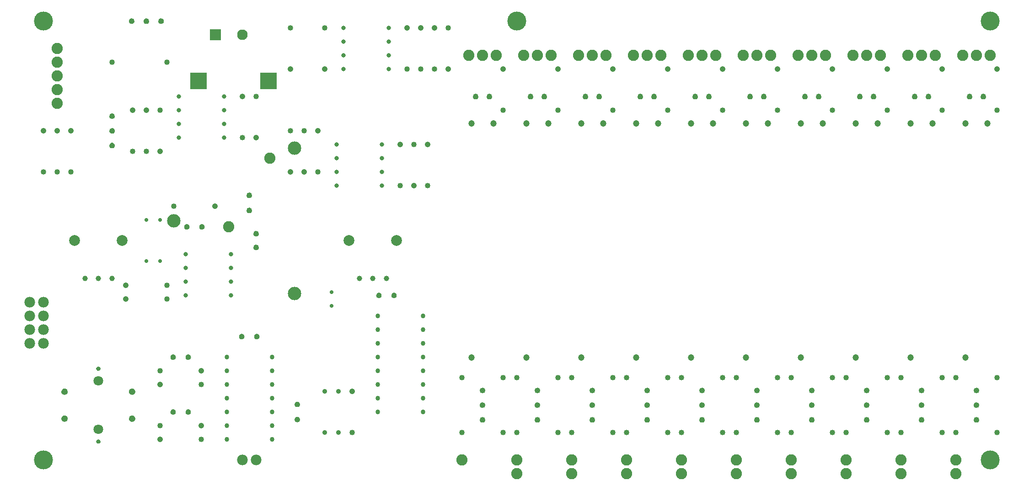
<source format=gbr>
G04 EAGLE Gerber RS-274X export*
G75*
%MOMM*%
%FSLAX34Y34*%
%LPD*%
%INSoldermask Top*%
%IPPOS*%
%AMOC8*
5,1,8,0,0,1.08239X$1,22.5*%
G01*
%ADD10C,0.812800*%
%ADD11C,1.200000*%
%ADD12C,1.016000*%
%ADD13C,1.047269*%
%ADD14C,2.082800*%
%ADD15C,0.863600*%
%ADD16C,1.803200*%
%ADD17C,0.711200*%
%ADD18C,3.505200*%
%ADD19C,2.000000*%
%ADD20C,1.000000*%
%ADD21C,0.914400*%
%ADD22C,2.489200*%
%ADD23R,3.048000X3.048000*%
%ADD24C,1.981200*%
%ADD25R,2.000000X2.000000*%
%ADD26C,1.955800*%

G36*
X77184Y158732D02*
X77184Y158732D01*
X77274Y158731D01*
X78464Y158888D01*
X78512Y158903D01*
X78601Y158922D01*
X79727Y159340D01*
X79770Y159366D01*
X79853Y159404D01*
X80858Y160062D01*
X80894Y160096D01*
X80967Y160152D01*
X81799Y161017D01*
X81827Y161059D01*
X81886Y161130D01*
X82505Y162158D01*
X82523Y162205D01*
X82564Y162287D01*
X82939Y163427D01*
X82946Y163477D01*
X82968Y163566D01*
X83080Y164762D01*
X83076Y164812D01*
X83078Y164901D01*
X82931Y166052D01*
X82916Y166100D01*
X82897Y166190D01*
X82498Y167279D01*
X82472Y167323D01*
X82434Y167407D01*
X81802Y168380D01*
X81768Y168417D01*
X81712Y168490D01*
X80880Y169298D01*
X80838Y169326D01*
X80767Y169385D01*
X79776Y169988D01*
X79729Y170006D01*
X79647Y170048D01*
X78546Y170415D01*
X78496Y170422D01*
X78407Y170444D01*
X77252Y170557D01*
X77202Y170553D01*
X77106Y170555D01*
X75908Y170394D01*
X75860Y170378D01*
X75770Y170359D01*
X74638Y169936D01*
X74595Y169910D01*
X74511Y169872D01*
X73502Y169207D01*
X73465Y169172D01*
X73392Y169116D01*
X72556Y168243D01*
X72528Y168201D01*
X72470Y168130D01*
X71848Y167093D01*
X71830Y167046D01*
X71789Y166964D01*
X71414Y165815D01*
X71407Y165765D01*
X71386Y165676D01*
X71276Y164472D01*
X71280Y164421D01*
X71279Y164329D01*
X71434Y163182D01*
X71449Y163134D01*
X71469Y163044D01*
X71875Y161960D01*
X71901Y161917D01*
X71939Y161834D01*
X72577Y160867D01*
X72612Y160831D01*
X72668Y160758D01*
X73504Y159958D01*
X73547Y159930D01*
X73617Y159872D01*
X74611Y159278D01*
X74658Y159260D01*
X74740Y159219D01*
X75841Y158861D01*
X75891Y158854D01*
X75980Y158832D01*
X77134Y158728D01*
X77184Y158732D01*
G37*
G36*
X202203Y158758D02*
X202203Y158758D01*
X202292Y158756D01*
X203482Y158913D01*
X203530Y158928D01*
X203620Y158947D01*
X204745Y159365D01*
X204789Y159391D01*
X204872Y159429D01*
X205876Y160087D01*
X205913Y160122D01*
X205986Y160178D01*
X206818Y161042D01*
X206846Y161084D01*
X206905Y161155D01*
X207524Y162183D01*
X207542Y162231D01*
X207583Y162312D01*
X207958Y163453D01*
X207965Y163503D01*
X207987Y163592D01*
X208099Y164787D01*
X208094Y164837D01*
X208096Y164926D01*
X207949Y166077D01*
X207934Y166125D01*
X207916Y166215D01*
X207517Y167305D01*
X207491Y167348D01*
X207453Y167432D01*
X206821Y168405D01*
X206787Y168442D01*
X206731Y168515D01*
X205899Y169323D01*
X205857Y169352D01*
X205786Y169410D01*
X204795Y170013D01*
X204748Y170031D01*
X204666Y170073D01*
X203565Y170440D01*
X203515Y170447D01*
X203426Y170470D01*
X202271Y170583D01*
X202221Y170579D01*
X202125Y170580D01*
X200927Y170419D01*
X200879Y170404D01*
X200789Y170385D01*
X199657Y169961D01*
X199613Y169936D01*
X199530Y169897D01*
X198520Y169232D01*
X198484Y169197D01*
X198411Y169141D01*
X197575Y168269D01*
X197547Y168227D01*
X197488Y168156D01*
X196867Y167119D01*
X196849Y167072D01*
X196808Y166990D01*
X196433Y165840D01*
X196426Y165790D01*
X196404Y165701D01*
X196295Y164497D01*
X196299Y164447D01*
X196298Y164355D01*
X196453Y163207D01*
X196468Y163159D01*
X196487Y163070D01*
X196894Y161986D01*
X196920Y161942D01*
X196958Y161859D01*
X197596Y160893D01*
X197630Y160856D01*
X197687Y160784D01*
X198523Y159983D01*
X198565Y159955D01*
X198636Y159897D01*
X199630Y159303D01*
X199677Y159285D01*
X199759Y159244D01*
X200860Y158886D01*
X200910Y158879D01*
X200999Y158857D01*
X202152Y158753D01*
X202203Y158758D01*
G37*
G36*
X77158Y108821D02*
X77158Y108821D01*
X77248Y108820D01*
X78438Y108977D01*
X78486Y108992D01*
X78576Y109011D01*
X79701Y109429D01*
X79745Y109455D01*
X79828Y109493D01*
X80832Y110151D01*
X80869Y110185D01*
X80941Y110241D01*
X81774Y111106D01*
X81802Y111148D01*
X81860Y111219D01*
X82480Y112247D01*
X82498Y112294D01*
X82539Y112376D01*
X82914Y113516D01*
X82921Y113566D01*
X82943Y113655D01*
X83055Y114851D01*
X83050Y114901D01*
X83052Y114990D01*
X82905Y116141D01*
X82890Y116189D01*
X82872Y116279D01*
X82472Y117368D01*
X82447Y117412D01*
X82409Y117496D01*
X81777Y118469D01*
X81742Y118506D01*
X81687Y118579D01*
X80854Y119387D01*
X80812Y119415D01*
X80742Y119474D01*
X79750Y120077D01*
X79703Y120095D01*
X79622Y120137D01*
X78521Y120504D01*
X78471Y120511D01*
X78382Y120533D01*
X77227Y120646D01*
X77177Y120642D01*
X77081Y120644D01*
X75883Y120483D01*
X75835Y120467D01*
X75745Y120448D01*
X74613Y120025D01*
X74569Y119999D01*
X74486Y119961D01*
X73476Y119296D01*
X73439Y119261D01*
X73367Y119205D01*
X72530Y118332D01*
X72503Y118290D01*
X72444Y118219D01*
X71823Y117182D01*
X71805Y117135D01*
X71764Y117053D01*
X71389Y115904D01*
X71382Y115854D01*
X71360Y115765D01*
X71250Y114561D01*
X71255Y114510D01*
X71253Y114418D01*
X71409Y113271D01*
X71424Y113223D01*
X71443Y113133D01*
X71850Y112049D01*
X71875Y112006D01*
X71914Y111923D01*
X72552Y110956D01*
X72586Y110920D01*
X72642Y110847D01*
X73479Y110047D01*
X73521Y110019D01*
X73592Y109961D01*
X74586Y109367D01*
X74633Y109349D01*
X74715Y109308D01*
X75816Y108950D01*
X75866Y108943D01*
X75955Y108921D01*
X77108Y108817D01*
X77158Y108821D01*
G37*
G36*
X202253Y108770D02*
X202253Y108770D01*
X202343Y108769D01*
X203533Y108926D01*
X203581Y108941D01*
X203671Y108960D01*
X204796Y109378D01*
X204840Y109404D01*
X204923Y109442D01*
X205927Y110100D01*
X205964Y110134D01*
X206036Y110190D01*
X206869Y111055D01*
X206897Y111097D01*
X206955Y111168D01*
X207575Y112196D01*
X207593Y112243D01*
X207634Y112325D01*
X208009Y113466D01*
X208016Y113516D01*
X208038Y113605D01*
X208150Y114800D01*
X208145Y114850D01*
X208147Y114939D01*
X208000Y116090D01*
X207985Y116138D01*
X207967Y116228D01*
X207567Y117318D01*
X207542Y117361D01*
X207504Y117445D01*
X206872Y118418D01*
X206837Y118455D01*
X206782Y118528D01*
X205949Y119336D01*
X205907Y119364D01*
X205837Y119423D01*
X204845Y120026D01*
X204798Y120044D01*
X204717Y120086D01*
X203616Y120453D01*
X203566Y120460D01*
X203477Y120482D01*
X202322Y120595D01*
X202272Y120591D01*
X202176Y120593D01*
X200978Y120432D01*
X200930Y120417D01*
X200840Y120398D01*
X199708Y119974D01*
X199664Y119948D01*
X199581Y119910D01*
X198571Y119245D01*
X198534Y119210D01*
X198462Y119154D01*
X197625Y118281D01*
X197598Y118239D01*
X197539Y118169D01*
X196918Y117132D01*
X196900Y117084D01*
X196859Y117002D01*
X196484Y115853D01*
X196477Y115803D01*
X196455Y115714D01*
X196345Y114510D01*
X196350Y114460D01*
X196348Y114367D01*
X196504Y113220D01*
X196519Y113172D01*
X196538Y113082D01*
X196945Y111998D01*
X196970Y111955D01*
X197009Y111872D01*
X197647Y110905D01*
X197681Y110869D01*
X197737Y110796D01*
X198574Y109996D01*
X198616Y109968D01*
X198687Y109910D01*
X199681Y109316D01*
X199728Y109298D01*
X199810Y109257D01*
X200911Y108899D01*
X200961Y108892D01*
X201050Y108870D01*
X202203Y108766D01*
X202253Y108770D01*
G37*
G36*
X419248Y523223D02*
X419248Y523223D01*
X419339Y523222D01*
X420303Y523353D01*
X420351Y523369D01*
X420440Y523388D01*
X421351Y523730D01*
X421394Y523756D01*
X421478Y523795D01*
X422289Y524332D01*
X422325Y524367D01*
X422398Y524423D01*
X423070Y525127D01*
X423098Y525169D01*
X423156Y525240D01*
X423654Y526076D01*
X423655Y526079D01*
X423657Y526081D01*
X423663Y526100D01*
X423672Y526123D01*
X423712Y526205D01*
X424012Y527131D01*
X424019Y527181D01*
X424041Y527270D01*
X424127Y528239D01*
X424123Y528286D01*
X424126Y528361D01*
X424024Y529337D01*
X424010Y529385D01*
X423994Y529475D01*
X423678Y530404D01*
X423654Y530448D01*
X423617Y530533D01*
X423103Y531368D01*
X423069Y531405D01*
X423015Y531480D01*
X422327Y532180D01*
X422286Y532209D01*
X422217Y532269D01*
X421390Y532798D01*
X421344Y532817D01*
X421263Y532861D01*
X420340Y533193D01*
X420290Y533201D01*
X420201Y533226D01*
X419227Y533344D01*
X419177Y533341D01*
X419091Y533345D01*
X418089Y533250D01*
X418040Y533236D01*
X417950Y533220D01*
X416994Y532904D01*
X416949Y532880D01*
X416865Y532845D01*
X416004Y532323D01*
X415966Y532290D01*
X415891Y532237D01*
X415167Y531537D01*
X415138Y531496D01*
X415077Y531427D01*
X414527Y530584D01*
X414507Y530538D01*
X414463Y530457D01*
X414115Y529513D01*
X414106Y529463D01*
X414081Y529375D01*
X413951Y528377D01*
X413953Y528334D01*
X413952Y528208D01*
X414091Y527197D01*
X414107Y527149D01*
X414126Y527059D01*
X414488Y526104D01*
X414514Y526061D01*
X414553Y525977D01*
X415117Y525127D01*
X415152Y525090D01*
X415209Y525018D01*
X415949Y524314D01*
X415991Y524286D01*
X416062Y524228D01*
X416940Y523707D01*
X416987Y523689D01*
X417069Y523648D01*
X418041Y523335D01*
X418091Y523328D01*
X418180Y523307D01*
X419198Y523218D01*
X419248Y523223D01*
G37*
G36*
X419248Y495232D02*
X419248Y495232D01*
X419339Y495231D01*
X420303Y495362D01*
X420351Y495378D01*
X420440Y495397D01*
X421351Y495739D01*
X421394Y495765D01*
X421478Y495804D01*
X422289Y496341D01*
X422325Y496376D01*
X422398Y496432D01*
X423070Y497136D01*
X423098Y497178D01*
X423156Y497249D01*
X423654Y498085D01*
X423655Y498088D01*
X423657Y498090D01*
X423663Y498109D01*
X423672Y498132D01*
X423712Y498214D01*
X424012Y499140D01*
X424019Y499190D01*
X424041Y499279D01*
X424127Y500248D01*
X424123Y500295D01*
X424126Y500370D01*
X424024Y501346D01*
X424010Y501394D01*
X423994Y501484D01*
X423678Y502413D01*
X423654Y502457D01*
X423617Y502542D01*
X423103Y503377D01*
X423069Y503414D01*
X423015Y503489D01*
X422327Y504189D01*
X422286Y504218D01*
X422217Y504278D01*
X421390Y504807D01*
X421344Y504826D01*
X421263Y504870D01*
X420340Y505202D01*
X420290Y505210D01*
X420201Y505235D01*
X419227Y505353D01*
X419177Y505350D01*
X419091Y505354D01*
X418089Y505259D01*
X418040Y505245D01*
X417950Y505229D01*
X416994Y504913D01*
X416949Y504889D01*
X416865Y504854D01*
X416004Y504332D01*
X415966Y504299D01*
X415891Y504246D01*
X415167Y503546D01*
X415138Y503505D01*
X415077Y503436D01*
X414527Y502593D01*
X414507Y502547D01*
X414463Y502466D01*
X414115Y501522D01*
X414106Y501472D01*
X414081Y501384D01*
X413951Y500386D01*
X413953Y500343D01*
X413952Y500217D01*
X414091Y499206D01*
X414107Y499158D01*
X414126Y499068D01*
X414488Y498113D01*
X414514Y498070D01*
X414553Y497986D01*
X415117Y497136D01*
X415152Y497099D01*
X415209Y497027D01*
X415949Y496323D01*
X415991Y496295D01*
X416062Y496237D01*
X416940Y495716D01*
X416987Y495698D01*
X417069Y495657D01*
X418041Y495344D01*
X418091Y495337D01*
X418180Y495316D01*
X419198Y495227D01*
X419248Y495232D01*
G37*
G36*
X1358835Y161806D02*
X1358835Y161806D01*
X1358961Y161805D01*
X1359972Y161944D01*
X1360020Y161960D01*
X1360110Y161979D01*
X1361065Y162341D01*
X1361108Y162367D01*
X1361192Y162406D01*
X1362042Y162970D01*
X1362079Y163005D01*
X1362151Y163062D01*
X1362855Y163802D01*
X1362883Y163844D01*
X1362941Y163915D01*
X1363462Y164793D01*
X1363480Y164840D01*
X1363521Y164922D01*
X1363834Y165894D01*
X1363841Y165944D01*
X1363862Y166033D01*
X1363951Y167051D01*
X1363946Y167101D01*
X1363947Y167192D01*
X1363816Y168156D01*
X1363800Y168204D01*
X1363781Y168293D01*
X1363439Y169204D01*
X1363413Y169247D01*
X1363374Y169331D01*
X1362837Y170142D01*
X1362802Y170178D01*
X1362746Y170251D01*
X1362042Y170923D01*
X1362000Y170951D01*
X1361929Y171009D01*
X1361094Y171507D01*
X1361046Y171525D01*
X1360964Y171565D01*
X1360039Y171865D01*
X1359988Y171872D01*
X1359899Y171894D01*
X1358930Y171980D01*
X1358883Y171976D01*
X1358808Y171979D01*
X1357832Y171877D01*
X1357784Y171863D01*
X1357694Y171847D01*
X1356765Y171531D01*
X1356721Y171507D01*
X1356636Y171470D01*
X1355801Y170956D01*
X1355764Y170922D01*
X1355689Y170868D01*
X1354990Y170180D01*
X1354960Y170139D01*
X1354900Y170070D01*
X1354371Y169243D01*
X1354352Y169197D01*
X1354308Y169116D01*
X1353976Y168193D01*
X1353968Y168143D01*
X1353943Y168054D01*
X1353825Y167080D01*
X1353828Y167030D01*
X1353824Y166944D01*
X1353919Y165942D01*
X1353933Y165893D01*
X1353949Y165803D01*
X1354265Y164847D01*
X1354289Y164802D01*
X1354325Y164718D01*
X1354846Y163857D01*
X1354879Y163819D01*
X1354932Y163744D01*
X1355632Y163020D01*
X1355673Y162991D01*
X1355742Y162930D01*
X1356585Y162380D01*
X1356631Y162360D01*
X1356712Y162316D01*
X1357656Y161968D01*
X1357706Y161959D01*
X1357794Y161934D01*
X1358792Y161804D01*
X1358835Y161806D01*
G37*
G36*
X1257235Y161806D02*
X1257235Y161806D01*
X1257361Y161805D01*
X1258372Y161944D01*
X1258420Y161960D01*
X1258510Y161979D01*
X1259465Y162341D01*
X1259508Y162367D01*
X1259592Y162406D01*
X1260442Y162970D01*
X1260479Y163005D01*
X1260551Y163062D01*
X1261255Y163802D01*
X1261283Y163844D01*
X1261341Y163915D01*
X1261862Y164793D01*
X1261880Y164840D01*
X1261921Y164922D01*
X1262234Y165894D01*
X1262241Y165944D01*
X1262262Y166033D01*
X1262351Y167051D01*
X1262346Y167101D01*
X1262347Y167192D01*
X1262216Y168156D01*
X1262200Y168204D01*
X1262181Y168293D01*
X1261839Y169204D01*
X1261813Y169247D01*
X1261774Y169331D01*
X1261237Y170142D01*
X1261202Y170178D01*
X1261146Y170251D01*
X1260442Y170923D01*
X1260400Y170951D01*
X1260329Y171009D01*
X1259494Y171507D01*
X1259446Y171525D01*
X1259364Y171565D01*
X1258439Y171865D01*
X1258388Y171872D01*
X1258299Y171894D01*
X1257330Y171980D01*
X1257283Y171976D01*
X1257208Y171979D01*
X1256232Y171877D01*
X1256184Y171863D01*
X1256094Y171847D01*
X1255165Y171531D01*
X1255121Y171507D01*
X1255036Y171470D01*
X1254201Y170956D01*
X1254164Y170922D01*
X1254089Y170868D01*
X1253390Y170180D01*
X1253360Y170139D01*
X1253300Y170070D01*
X1252771Y169243D01*
X1252752Y169197D01*
X1252708Y169116D01*
X1252376Y168193D01*
X1252368Y168143D01*
X1252343Y168054D01*
X1252225Y167080D01*
X1252228Y167030D01*
X1252224Y166944D01*
X1252319Y165942D01*
X1252333Y165893D01*
X1252349Y165803D01*
X1252665Y164847D01*
X1252689Y164802D01*
X1252725Y164718D01*
X1253246Y163857D01*
X1253279Y163819D01*
X1253332Y163744D01*
X1254032Y163020D01*
X1254073Y162991D01*
X1254142Y162930D01*
X1254985Y162380D01*
X1255031Y162360D01*
X1255112Y162316D01*
X1256056Y161968D01*
X1256106Y161959D01*
X1256194Y161934D01*
X1257192Y161804D01*
X1257235Y161806D01*
G37*
G36*
X1663635Y161806D02*
X1663635Y161806D01*
X1663761Y161805D01*
X1664772Y161944D01*
X1664820Y161960D01*
X1664910Y161979D01*
X1665865Y162341D01*
X1665908Y162367D01*
X1665992Y162406D01*
X1666842Y162970D01*
X1666879Y163005D01*
X1666951Y163062D01*
X1667655Y163802D01*
X1667683Y163844D01*
X1667741Y163915D01*
X1668262Y164793D01*
X1668280Y164840D01*
X1668321Y164922D01*
X1668634Y165894D01*
X1668641Y165944D01*
X1668662Y166033D01*
X1668751Y167051D01*
X1668746Y167101D01*
X1668747Y167192D01*
X1668616Y168156D01*
X1668600Y168204D01*
X1668581Y168293D01*
X1668239Y169204D01*
X1668213Y169247D01*
X1668174Y169331D01*
X1667637Y170142D01*
X1667602Y170178D01*
X1667546Y170251D01*
X1666842Y170923D01*
X1666800Y170951D01*
X1666729Y171009D01*
X1665894Y171507D01*
X1665846Y171525D01*
X1665764Y171565D01*
X1664839Y171865D01*
X1664788Y171872D01*
X1664699Y171894D01*
X1663730Y171980D01*
X1663683Y171976D01*
X1663608Y171979D01*
X1662632Y171877D01*
X1662584Y171863D01*
X1662494Y171847D01*
X1661565Y171531D01*
X1661521Y171507D01*
X1661436Y171470D01*
X1660601Y170956D01*
X1660564Y170922D01*
X1660489Y170868D01*
X1659790Y170180D01*
X1659760Y170139D01*
X1659700Y170070D01*
X1659171Y169243D01*
X1659152Y169197D01*
X1659108Y169116D01*
X1658776Y168193D01*
X1658768Y168143D01*
X1658743Y168054D01*
X1658625Y167080D01*
X1658628Y167030D01*
X1658624Y166944D01*
X1658719Y165942D01*
X1658733Y165893D01*
X1658749Y165803D01*
X1659065Y164847D01*
X1659089Y164802D01*
X1659125Y164718D01*
X1659646Y163857D01*
X1659679Y163819D01*
X1659732Y163744D01*
X1660432Y163020D01*
X1660473Y162991D01*
X1660542Y162930D01*
X1661385Y162380D01*
X1661431Y162360D01*
X1661512Y162316D01*
X1662456Y161968D01*
X1662506Y161959D01*
X1662594Y161934D01*
X1663592Y161804D01*
X1663635Y161806D01*
G37*
G36*
X1562035Y161806D02*
X1562035Y161806D01*
X1562161Y161805D01*
X1563172Y161944D01*
X1563220Y161960D01*
X1563310Y161979D01*
X1564265Y162341D01*
X1564308Y162367D01*
X1564392Y162406D01*
X1565242Y162970D01*
X1565279Y163005D01*
X1565351Y163062D01*
X1566055Y163802D01*
X1566083Y163844D01*
X1566141Y163915D01*
X1566662Y164793D01*
X1566680Y164840D01*
X1566721Y164922D01*
X1567034Y165894D01*
X1567041Y165944D01*
X1567062Y166033D01*
X1567151Y167051D01*
X1567146Y167101D01*
X1567147Y167192D01*
X1567016Y168156D01*
X1567000Y168204D01*
X1566981Y168293D01*
X1566639Y169204D01*
X1566613Y169247D01*
X1566574Y169331D01*
X1566037Y170142D01*
X1566002Y170178D01*
X1565946Y170251D01*
X1565242Y170923D01*
X1565200Y170951D01*
X1565129Y171009D01*
X1564294Y171507D01*
X1564246Y171525D01*
X1564164Y171565D01*
X1563239Y171865D01*
X1563188Y171872D01*
X1563099Y171894D01*
X1562130Y171980D01*
X1562083Y171976D01*
X1562008Y171979D01*
X1561032Y171877D01*
X1560984Y171863D01*
X1560894Y171847D01*
X1559965Y171531D01*
X1559921Y171507D01*
X1559836Y171470D01*
X1559001Y170956D01*
X1558964Y170922D01*
X1558889Y170868D01*
X1558190Y170180D01*
X1558160Y170139D01*
X1558100Y170070D01*
X1557571Y169243D01*
X1557552Y169197D01*
X1557508Y169116D01*
X1557176Y168193D01*
X1557168Y168143D01*
X1557143Y168054D01*
X1557025Y167080D01*
X1557028Y167030D01*
X1557024Y166944D01*
X1557119Y165942D01*
X1557133Y165893D01*
X1557149Y165803D01*
X1557465Y164847D01*
X1557489Y164802D01*
X1557525Y164718D01*
X1558046Y163857D01*
X1558079Y163819D01*
X1558132Y163744D01*
X1558832Y163020D01*
X1558873Y162991D01*
X1558942Y162930D01*
X1559785Y162380D01*
X1559831Y162360D01*
X1559912Y162316D01*
X1560856Y161968D01*
X1560906Y161959D01*
X1560994Y161934D01*
X1561992Y161804D01*
X1562035Y161806D01*
G37*
G36*
X850835Y161806D02*
X850835Y161806D01*
X850961Y161805D01*
X851972Y161944D01*
X852020Y161960D01*
X852110Y161979D01*
X853065Y162341D01*
X853108Y162367D01*
X853192Y162406D01*
X854042Y162970D01*
X854079Y163005D01*
X854151Y163062D01*
X854855Y163802D01*
X854883Y163844D01*
X854941Y163915D01*
X855462Y164793D01*
X855480Y164840D01*
X855521Y164922D01*
X855834Y165894D01*
X855841Y165944D01*
X855862Y166033D01*
X855951Y167051D01*
X855946Y167101D01*
X855947Y167192D01*
X855816Y168156D01*
X855800Y168204D01*
X855781Y168293D01*
X855439Y169204D01*
X855413Y169247D01*
X855374Y169331D01*
X854837Y170142D01*
X854802Y170178D01*
X854746Y170251D01*
X854042Y170923D01*
X854000Y170951D01*
X853929Y171009D01*
X853094Y171507D01*
X853046Y171525D01*
X852964Y171565D01*
X852039Y171865D01*
X851988Y171872D01*
X851899Y171894D01*
X850930Y171980D01*
X850883Y171976D01*
X850808Y171979D01*
X849832Y171877D01*
X849784Y171863D01*
X849694Y171847D01*
X848765Y171531D01*
X848721Y171507D01*
X848636Y171470D01*
X847801Y170956D01*
X847764Y170922D01*
X847689Y170868D01*
X846990Y170180D01*
X846960Y170139D01*
X846900Y170070D01*
X846371Y169243D01*
X846352Y169197D01*
X846308Y169116D01*
X845976Y168193D01*
X845968Y168143D01*
X845943Y168054D01*
X845825Y167080D01*
X845828Y167030D01*
X845824Y166944D01*
X845919Y165942D01*
X845933Y165893D01*
X845949Y165803D01*
X846265Y164847D01*
X846289Y164802D01*
X846325Y164718D01*
X846846Y163857D01*
X846879Y163819D01*
X846932Y163744D01*
X847632Y163020D01*
X847673Y162991D01*
X847742Y162930D01*
X848585Y162380D01*
X848631Y162360D01*
X848712Y162316D01*
X849656Y161968D01*
X849706Y161959D01*
X849794Y161934D01*
X850792Y161804D01*
X850835Y161806D01*
G37*
G36*
X952435Y161806D02*
X952435Y161806D01*
X952561Y161805D01*
X953572Y161944D01*
X953620Y161960D01*
X953710Y161979D01*
X954665Y162341D01*
X954708Y162367D01*
X954792Y162406D01*
X955642Y162970D01*
X955679Y163005D01*
X955751Y163062D01*
X956455Y163802D01*
X956483Y163844D01*
X956541Y163915D01*
X957062Y164793D01*
X957080Y164840D01*
X957121Y164922D01*
X957434Y165894D01*
X957441Y165944D01*
X957462Y166033D01*
X957551Y167051D01*
X957546Y167101D01*
X957547Y167192D01*
X957416Y168156D01*
X957400Y168204D01*
X957381Y168293D01*
X957039Y169204D01*
X957013Y169247D01*
X956974Y169331D01*
X956437Y170142D01*
X956402Y170178D01*
X956346Y170251D01*
X955642Y170923D01*
X955600Y170951D01*
X955529Y171009D01*
X954694Y171507D01*
X954646Y171525D01*
X954564Y171565D01*
X953639Y171865D01*
X953588Y171872D01*
X953499Y171894D01*
X952530Y171980D01*
X952483Y171976D01*
X952408Y171979D01*
X951432Y171877D01*
X951384Y171863D01*
X951294Y171847D01*
X950365Y171531D01*
X950321Y171507D01*
X950236Y171470D01*
X949401Y170956D01*
X949364Y170922D01*
X949289Y170868D01*
X948590Y170180D01*
X948560Y170139D01*
X948500Y170070D01*
X947971Y169243D01*
X947952Y169197D01*
X947908Y169116D01*
X947576Y168193D01*
X947568Y168143D01*
X947543Y168054D01*
X947425Y167080D01*
X947428Y167030D01*
X947424Y166944D01*
X947519Y165942D01*
X947533Y165893D01*
X947549Y165803D01*
X947865Y164847D01*
X947889Y164802D01*
X947925Y164718D01*
X948446Y163857D01*
X948479Y163819D01*
X948532Y163744D01*
X949232Y163020D01*
X949273Y162991D01*
X949342Y162930D01*
X950185Y162380D01*
X950231Y162360D01*
X950312Y162316D01*
X951256Y161968D01*
X951306Y161959D01*
X951394Y161934D01*
X952392Y161804D01*
X952435Y161806D01*
G37*
G36*
X1155635Y161806D02*
X1155635Y161806D01*
X1155761Y161805D01*
X1156772Y161944D01*
X1156820Y161960D01*
X1156910Y161979D01*
X1157865Y162341D01*
X1157908Y162367D01*
X1157992Y162406D01*
X1158842Y162970D01*
X1158879Y163005D01*
X1158951Y163062D01*
X1159655Y163802D01*
X1159683Y163844D01*
X1159741Y163915D01*
X1160262Y164793D01*
X1160280Y164840D01*
X1160321Y164922D01*
X1160634Y165894D01*
X1160641Y165944D01*
X1160662Y166033D01*
X1160751Y167051D01*
X1160746Y167101D01*
X1160747Y167192D01*
X1160616Y168156D01*
X1160600Y168204D01*
X1160581Y168293D01*
X1160239Y169204D01*
X1160213Y169247D01*
X1160174Y169331D01*
X1159637Y170142D01*
X1159602Y170178D01*
X1159546Y170251D01*
X1158842Y170923D01*
X1158800Y170951D01*
X1158729Y171009D01*
X1157894Y171507D01*
X1157846Y171525D01*
X1157764Y171565D01*
X1156839Y171865D01*
X1156788Y171872D01*
X1156699Y171894D01*
X1155730Y171980D01*
X1155683Y171976D01*
X1155608Y171979D01*
X1154632Y171877D01*
X1154584Y171863D01*
X1154494Y171847D01*
X1153565Y171531D01*
X1153521Y171507D01*
X1153436Y171470D01*
X1152601Y170956D01*
X1152564Y170922D01*
X1152489Y170868D01*
X1151790Y170180D01*
X1151760Y170139D01*
X1151700Y170070D01*
X1151171Y169243D01*
X1151152Y169197D01*
X1151108Y169116D01*
X1150776Y168193D01*
X1150768Y168143D01*
X1150743Y168054D01*
X1150625Y167080D01*
X1150628Y167030D01*
X1150624Y166944D01*
X1150719Y165942D01*
X1150733Y165893D01*
X1150749Y165803D01*
X1151065Y164847D01*
X1151089Y164802D01*
X1151125Y164718D01*
X1151646Y163857D01*
X1151679Y163819D01*
X1151732Y163744D01*
X1152432Y163020D01*
X1152473Y162991D01*
X1152542Y162930D01*
X1153385Y162380D01*
X1153431Y162360D01*
X1153512Y162316D01*
X1154456Y161968D01*
X1154506Y161959D01*
X1154594Y161934D01*
X1155592Y161804D01*
X1155635Y161806D01*
G37*
G36*
X1765235Y161806D02*
X1765235Y161806D01*
X1765361Y161805D01*
X1766372Y161944D01*
X1766420Y161960D01*
X1766510Y161979D01*
X1767465Y162341D01*
X1767508Y162367D01*
X1767592Y162406D01*
X1768442Y162970D01*
X1768479Y163005D01*
X1768551Y163062D01*
X1769255Y163802D01*
X1769283Y163844D01*
X1769341Y163915D01*
X1769862Y164793D01*
X1769880Y164840D01*
X1769921Y164922D01*
X1770234Y165894D01*
X1770241Y165944D01*
X1770262Y166033D01*
X1770351Y167051D01*
X1770346Y167101D01*
X1770347Y167192D01*
X1770216Y168156D01*
X1770200Y168204D01*
X1770181Y168293D01*
X1769839Y169204D01*
X1769813Y169247D01*
X1769774Y169331D01*
X1769237Y170142D01*
X1769202Y170178D01*
X1769146Y170251D01*
X1768442Y170923D01*
X1768400Y170951D01*
X1768329Y171009D01*
X1767494Y171507D01*
X1767446Y171525D01*
X1767364Y171565D01*
X1766439Y171865D01*
X1766388Y171872D01*
X1766299Y171894D01*
X1765330Y171980D01*
X1765283Y171976D01*
X1765208Y171979D01*
X1764232Y171877D01*
X1764184Y171863D01*
X1764094Y171847D01*
X1763165Y171531D01*
X1763121Y171507D01*
X1763036Y171470D01*
X1762201Y170956D01*
X1762164Y170922D01*
X1762089Y170868D01*
X1761390Y170180D01*
X1761360Y170139D01*
X1761300Y170070D01*
X1760771Y169243D01*
X1760752Y169197D01*
X1760708Y169116D01*
X1760376Y168193D01*
X1760368Y168143D01*
X1760343Y168054D01*
X1760225Y167080D01*
X1760228Y167030D01*
X1760224Y166944D01*
X1760319Y165942D01*
X1760333Y165893D01*
X1760349Y165803D01*
X1760665Y164847D01*
X1760689Y164802D01*
X1760725Y164718D01*
X1761246Y163857D01*
X1761279Y163819D01*
X1761332Y163744D01*
X1762032Y163020D01*
X1762073Y162991D01*
X1762142Y162930D01*
X1762985Y162380D01*
X1763031Y162360D01*
X1763112Y162316D01*
X1764056Y161968D01*
X1764106Y161959D01*
X1764194Y161934D01*
X1765192Y161804D01*
X1765235Y161806D01*
G37*
G36*
X1561959Y134629D02*
X1561959Y134629D01*
X1562085Y134628D01*
X1563096Y134767D01*
X1563144Y134783D01*
X1563234Y134802D01*
X1564189Y135164D01*
X1564232Y135190D01*
X1564316Y135229D01*
X1565166Y135793D01*
X1565203Y135828D01*
X1565275Y135885D01*
X1565979Y136625D01*
X1566007Y136667D01*
X1566065Y136738D01*
X1566586Y137616D01*
X1566604Y137663D01*
X1566645Y137745D01*
X1566958Y138717D01*
X1566965Y138767D01*
X1566986Y138856D01*
X1567075Y139874D01*
X1567070Y139924D01*
X1567071Y140015D01*
X1566940Y140979D01*
X1566924Y141027D01*
X1566905Y141116D01*
X1566563Y142027D01*
X1566537Y142070D01*
X1566498Y142154D01*
X1565961Y142965D01*
X1565926Y143001D01*
X1565870Y143074D01*
X1565166Y143746D01*
X1565124Y143774D01*
X1565053Y143832D01*
X1564218Y144330D01*
X1564170Y144348D01*
X1564088Y144388D01*
X1563163Y144688D01*
X1563112Y144695D01*
X1563023Y144717D01*
X1562054Y144803D01*
X1562007Y144799D01*
X1561932Y144802D01*
X1560956Y144700D01*
X1560908Y144686D01*
X1560818Y144670D01*
X1559889Y144354D01*
X1559845Y144330D01*
X1559760Y144293D01*
X1558925Y143779D01*
X1558888Y143745D01*
X1558813Y143691D01*
X1558114Y143003D01*
X1558084Y142962D01*
X1558024Y142893D01*
X1557495Y142066D01*
X1557476Y142020D01*
X1557432Y141939D01*
X1557100Y141016D01*
X1557092Y140966D01*
X1557067Y140877D01*
X1556949Y139903D01*
X1556952Y139853D01*
X1556948Y139767D01*
X1557043Y138765D01*
X1557057Y138716D01*
X1557073Y138626D01*
X1557389Y137670D01*
X1557413Y137625D01*
X1557449Y137541D01*
X1557970Y136680D01*
X1558003Y136642D01*
X1558056Y136567D01*
X1558756Y135843D01*
X1558797Y135814D01*
X1558866Y135753D01*
X1559709Y135203D01*
X1559755Y135183D01*
X1559836Y135139D01*
X1560780Y134791D01*
X1560830Y134782D01*
X1560918Y134757D01*
X1561916Y134627D01*
X1561959Y134629D01*
G37*
G36*
X1460435Y161806D02*
X1460435Y161806D01*
X1460561Y161805D01*
X1461572Y161944D01*
X1461620Y161960D01*
X1461710Y161979D01*
X1462665Y162341D01*
X1462708Y162367D01*
X1462792Y162406D01*
X1463642Y162970D01*
X1463679Y163005D01*
X1463751Y163062D01*
X1464455Y163802D01*
X1464483Y163844D01*
X1464541Y163915D01*
X1465062Y164793D01*
X1465080Y164840D01*
X1465121Y164922D01*
X1465434Y165894D01*
X1465441Y165944D01*
X1465462Y166033D01*
X1465551Y167051D01*
X1465546Y167101D01*
X1465547Y167192D01*
X1465416Y168156D01*
X1465400Y168204D01*
X1465381Y168293D01*
X1465039Y169204D01*
X1465013Y169247D01*
X1464974Y169331D01*
X1464437Y170142D01*
X1464402Y170178D01*
X1464346Y170251D01*
X1463642Y170923D01*
X1463600Y170951D01*
X1463529Y171009D01*
X1462694Y171507D01*
X1462646Y171525D01*
X1462564Y171565D01*
X1461639Y171865D01*
X1461588Y171872D01*
X1461499Y171894D01*
X1460530Y171980D01*
X1460483Y171976D01*
X1460408Y171979D01*
X1459432Y171877D01*
X1459384Y171863D01*
X1459294Y171847D01*
X1458365Y171531D01*
X1458321Y171507D01*
X1458236Y171470D01*
X1457401Y170956D01*
X1457364Y170922D01*
X1457289Y170868D01*
X1456590Y170180D01*
X1456560Y170139D01*
X1456500Y170070D01*
X1455971Y169243D01*
X1455952Y169197D01*
X1455908Y169116D01*
X1455576Y168193D01*
X1455568Y168143D01*
X1455543Y168054D01*
X1455425Y167080D01*
X1455428Y167030D01*
X1455424Y166944D01*
X1455519Y165942D01*
X1455533Y165893D01*
X1455549Y165803D01*
X1455865Y164847D01*
X1455889Y164802D01*
X1455925Y164718D01*
X1456446Y163857D01*
X1456479Y163819D01*
X1456532Y163744D01*
X1457232Y163020D01*
X1457273Y162991D01*
X1457342Y162930D01*
X1458185Y162380D01*
X1458231Y162360D01*
X1458312Y162316D01*
X1459256Y161968D01*
X1459306Y161959D01*
X1459394Y161934D01*
X1460392Y161804D01*
X1460435Y161806D01*
G37*
G36*
X1053959Y134629D02*
X1053959Y134629D01*
X1054085Y134628D01*
X1055096Y134767D01*
X1055144Y134783D01*
X1055234Y134802D01*
X1056189Y135164D01*
X1056232Y135190D01*
X1056316Y135229D01*
X1057166Y135793D01*
X1057203Y135828D01*
X1057275Y135885D01*
X1057979Y136625D01*
X1058007Y136667D01*
X1058065Y136738D01*
X1058586Y137616D01*
X1058604Y137663D01*
X1058645Y137745D01*
X1058958Y138717D01*
X1058965Y138767D01*
X1058986Y138856D01*
X1059075Y139874D01*
X1059070Y139924D01*
X1059071Y140015D01*
X1058940Y140979D01*
X1058924Y141027D01*
X1058905Y141116D01*
X1058563Y142027D01*
X1058537Y142070D01*
X1058498Y142154D01*
X1057961Y142965D01*
X1057926Y143001D01*
X1057870Y143074D01*
X1057166Y143746D01*
X1057124Y143774D01*
X1057053Y143832D01*
X1056218Y144330D01*
X1056170Y144348D01*
X1056088Y144388D01*
X1055163Y144688D01*
X1055112Y144695D01*
X1055023Y144717D01*
X1054054Y144803D01*
X1054007Y144799D01*
X1053932Y144802D01*
X1052956Y144700D01*
X1052908Y144686D01*
X1052818Y144670D01*
X1051889Y144354D01*
X1051845Y144330D01*
X1051760Y144293D01*
X1050925Y143779D01*
X1050888Y143745D01*
X1050813Y143691D01*
X1050114Y143003D01*
X1050084Y142962D01*
X1050024Y142893D01*
X1049495Y142066D01*
X1049476Y142020D01*
X1049432Y141939D01*
X1049100Y141016D01*
X1049092Y140966D01*
X1049067Y140877D01*
X1048949Y139903D01*
X1048952Y139853D01*
X1048948Y139767D01*
X1049043Y138765D01*
X1049057Y138716D01*
X1049073Y138626D01*
X1049389Y137670D01*
X1049413Y137625D01*
X1049449Y137541D01*
X1049970Y136680D01*
X1050003Y136642D01*
X1050056Y136567D01*
X1050756Y135843D01*
X1050797Y135814D01*
X1050866Y135753D01*
X1051709Y135203D01*
X1051755Y135183D01*
X1051836Y135139D01*
X1052780Y134791D01*
X1052830Y134782D01*
X1052918Y134757D01*
X1053916Y134627D01*
X1053959Y134629D01*
G37*
G36*
X1257159Y134629D02*
X1257159Y134629D01*
X1257285Y134628D01*
X1258296Y134767D01*
X1258344Y134783D01*
X1258434Y134802D01*
X1259389Y135164D01*
X1259432Y135190D01*
X1259516Y135229D01*
X1260366Y135793D01*
X1260403Y135828D01*
X1260475Y135885D01*
X1261179Y136625D01*
X1261207Y136667D01*
X1261265Y136738D01*
X1261786Y137616D01*
X1261804Y137663D01*
X1261845Y137745D01*
X1262158Y138717D01*
X1262165Y138767D01*
X1262186Y138856D01*
X1262275Y139874D01*
X1262270Y139924D01*
X1262271Y140015D01*
X1262140Y140979D01*
X1262124Y141027D01*
X1262105Y141116D01*
X1261763Y142027D01*
X1261737Y142070D01*
X1261698Y142154D01*
X1261161Y142965D01*
X1261126Y143001D01*
X1261070Y143074D01*
X1260366Y143746D01*
X1260324Y143774D01*
X1260253Y143832D01*
X1259418Y144330D01*
X1259370Y144348D01*
X1259288Y144388D01*
X1258363Y144688D01*
X1258312Y144695D01*
X1258223Y144717D01*
X1257254Y144803D01*
X1257207Y144799D01*
X1257132Y144802D01*
X1256156Y144700D01*
X1256108Y144686D01*
X1256018Y144670D01*
X1255089Y144354D01*
X1255045Y144330D01*
X1254960Y144293D01*
X1254125Y143779D01*
X1254088Y143745D01*
X1254013Y143691D01*
X1253314Y143003D01*
X1253284Y142962D01*
X1253224Y142893D01*
X1252695Y142066D01*
X1252676Y142020D01*
X1252632Y141939D01*
X1252300Y141016D01*
X1252292Y140966D01*
X1252267Y140877D01*
X1252149Y139903D01*
X1252152Y139853D01*
X1252148Y139767D01*
X1252243Y138765D01*
X1252257Y138716D01*
X1252273Y138626D01*
X1252589Y137670D01*
X1252613Y137625D01*
X1252649Y137541D01*
X1253170Y136680D01*
X1253203Y136642D01*
X1253256Y136567D01*
X1253956Y135843D01*
X1253997Y135814D01*
X1254066Y135753D01*
X1254909Y135203D01*
X1254955Y135183D01*
X1255036Y135139D01*
X1255980Y134791D01*
X1256030Y134782D01*
X1256118Y134757D01*
X1257116Y134627D01*
X1257159Y134629D01*
G37*
G36*
X1155559Y134629D02*
X1155559Y134629D01*
X1155685Y134628D01*
X1156696Y134767D01*
X1156744Y134783D01*
X1156834Y134802D01*
X1157789Y135164D01*
X1157832Y135190D01*
X1157916Y135229D01*
X1158766Y135793D01*
X1158803Y135828D01*
X1158875Y135885D01*
X1159579Y136625D01*
X1159607Y136667D01*
X1159665Y136738D01*
X1160186Y137616D01*
X1160204Y137663D01*
X1160245Y137745D01*
X1160558Y138717D01*
X1160565Y138767D01*
X1160586Y138856D01*
X1160675Y139874D01*
X1160670Y139924D01*
X1160671Y140015D01*
X1160540Y140979D01*
X1160524Y141027D01*
X1160505Y141116D01*
X1160163Y142027D01*
X1160137Y142070D01*
X1160098Y142154D01*
X1159561Y142965D01*
X1159526Y143001D01*
X1159470Y143074D01*
X1158766Y143746D01*
X1158724Y143774D01*
X1158653Y143832D01*
X1157818Y144330D01*
X1157770Y144348D01*
X1157688Y144388D01*
X1156763Y144688D01*
X1156712Y144695D01*
X1156623Y144717D01*
X1155654Y144803D01*
X1155607Y144799D01*
X1155532Y144802D01*
X1154556Y144700D01*
X1154508Y144686D01*
X1154418Y144670D01*
X1153489Y144354D01*
X1153445Y144330D01*
X1153360Y144293D01*
X1152525Y143779D01*
X1152488Y143745D01*
X1152413Y143691D01*
X1151714Y143003D01*
X1151684Y142962D01*
X1151624Y142893D01*
X1151095Y142066D01*
X1151076Y142020D01*
X1151032Y141939D01*
X1150700Y141016D01*
X1150692Y140966D01*
X1150667Y140877D01*
X1150549Y139903D01*
X1150552Y139853D01*
X1150548Y139767D01*
X1150643Y138765D01*
X1150657Y138716D01*
X1150673Y138626D01*
X1150989Y137670D01*
X1151013Y137625D01*
X1151049Y137541D01*
X1151570Y136680D01*
X1151603Y136642D01*
X1151656Y136567D01*
X1152356Y135843D01*
X1152397Y135814D01*
X1152466Y135753D01*
X1153309Y135203D01*
X1153355Y135183D01*
X1153436Y135139D01*
X1154380Y134791D01*
X1154430Y134782D01*
X1154518Y134757D01*
X1155516Y134627D01*
X1155559Y134629D01*
G37*
G36*
X1663559Y134629D02*
X1663559Y134629D01*
X1663685Y134628D01*
X1664696Y134767D01*
X1664744Y134783D01*
X1664834Y134802D01*
X1665789Y135164D01*
X1665832Y135190D01*
X1665916Y135229D01*
X1666766Y135793D01*
X1666803Y135828D01*
X1666875Y135885D01*
X1667579Y136625D01*
X1667607Y136667D01*
X1667665Y136738D01*
X1668186Y137616D01*
X1668204Y137663D01*
X1668245Y137745D01*
X1668558Y138717D01*
X1668565Y138767D01*
X1668586Y138856D01*
X1668675Y139874D01*
X1668670Y139924D01*
X1668671Y140015D01*
X1668540Y140979D01*
X1668524Y141027D01*
X1668505Y141116D01*
X1668163Y142027D01*
X1668137Y142070D01*
X1668098Y142154D01*
X1667561Y142965D01*
X1667526Y143001D01*
X1667470Y143074D01*
X1666766Y143746D01*
X1666724Y143774D01*
X1666653Y143832D01*
X1665818Y144330D01*
X1665770Y144348D01*
X1665688Y144388D01*
X1664763Y144688D01*
X1664712Y144695D01*
X1664623Y144717D01*
X1663654Y144803D01*
X1663607Y144799D01*
X1663532Y144802D01*
X1662556Y144700D01*
X1662508Y144686D01*
X1662418Y144670D01*
X1661489Y144354D01*
X1661445Y144330D01*
X1661360Y144293D01*
X1660525Y143779D01*
X1660488Y143745D01*
X1660413Y143691D01*
X1659714Y143003D01*
X1659684Y142962D01*
X1659624Y142893D01*
X1659095Y142066D01*
X1659076Y142020D01*
X1659032Y141939D01*
X1658700Y141016D01*
X1658692Y140966D01*
X1658667Y140877D01*
X1658549Y139903D01*
X1658552Y139853D01*
X1658548Y139767D01*
X1658643Y138765D01*
X1658657Y138716D01*
X1658673Y138626D01*
X1658989Y137670D01*
X1659013Y137625D01*
X1659049Y137541D01*
X1659570Y136680D01*
X1659603Y136642D01*
X1659656Y136567D01*
X1660356Y135843D01*
X1660397Y135814D01*
X1660466Y135753D01*
X1661309Y135203D01*
X1661355Y135183D01*
X1661436Y135139D01*
X1662380Y134791D01*
X1662430Y134782D01*
X1662518Y134757D01*
X1663516Y134627D01*
X1663559Y134629D01*
G37*
G36*
X1460359Y134629D02*
X1460359Y134629D01*
X1460485Y134628D01*
X1461496Y134767D01*
X1461544Y134783D01*
X1461634Y134802D01*
X1462589Y135164D01*
X1462632Y135190D01*
X1462716Y135229D01*
X1463566Y135793D01*
X1463603Y135828D01*
X1463675Y135885D01*
X1464379Y136625D01*
X1464407Y136667D01*
X1464465Y136738D01*
X1464986Y137616D01*
X1465004Y137663D01*
X1465045Y137745D01*
X1465358Y138717D01*
X1465365Y138767D01*
X1465386Y138856D01*
X1465475Y139874D01*
X1465470Y139924D01*
X1465471Y140015D01*
X1465340Y140979D01*
X1465324Y141027D01*
X1465305Y141116D01*
X1464963Y142027D01*
X1464937Y142070D01*
X1464898Y142154D01*
X1464361Y142965D01*
X1464326Y143001D01*
X1464270Y143074D01*
X1463566Y143746D01*
X1463524Y143774D01*
X1463453Y143832D01*
X1462618Y144330D01*
X1462570Y144348D01*
X1462488Y144388D01*
X1461563Y144688D01*
X1461512Y144695D01*
X1461423Y144717D01*
X1460454Y144803D01*
X1460407Y144799D01*
X1460332Y144802D01*
X1459356Y144700D01*
X1459308Y144686D01*
X1459218Y144670D01*
X1458289Y144354D01*
X1458245Y144330D01*
X1458160Y144293D01*
X1457325Y143779D01*
X1457288Y143745D01*
X1457213Y143691D01*
X1456514Y143003D01*
X1456484Y142962D01*
X1456424Y142893D01*
X1455895Y142066D01*
X1455876Y142020D01*
X1455832Y141939D01*
X1455500Y141016D01*
X1455492Y140966D01*
X1455467Y140877D01*
X1455349Y139903D01*
X1455352Y139853D01*
X1455348Y139767D01*
X1455443Y138765D01*
X1455457Y138716D01*
X1455473Y138626D01*
X1455789Y137670D01*
X1455813Y137625D01*
X1455849Y137541D01*
X1456370Y136680D01*
X1456403Y136642D01*
X1456456Y136567D01*
X1457156Y135843D01*
X1457197Y135814D01*
X1457266Y135753D01*
X1458109Y135203D01*
X1458155Y135183D01*
X1458236Y135139D01*
X1459180Y134791D01*
X1459230Y134782D01*
X1459318Y134757D01*
X1460316Y134627D01*
X1460359Y134629D01*
G37*
G36*
X1358759Y134629D02*
X1358759Y134629D01*
X1358885Y134628D01*
X1359896Y134767D01*
X1359944Y134783D01*
X1360034Y134802D01*
X1360989Y135164D01*
X1361032Y135190D01*
X1361116Y135229D01*
X1361966Y135793D01*
X1362003Y135828D01*
X1362075Y135885D01*
X1362779Y136625D01*
X1362807Y136667D01*
X1362865Y136738D01*
X1363386Y137616D01*
X1363404Y137663D01*
X1363445Y137745D01*
X1363758Y138717D01*
X1363765Y138767D01*
X1363786Y138856D01*
X1363875Y139874D01*
X1363870Y139924D01*
X1363871Y140015D01*
X1363740Y140979D01*
X1363724Y141027D01*
X1363705Y141116D01*
X1363363Y142027D01*
X1363337Y142070D01*
X1363298Y142154D01*
X1362761Y142965D01*
X1362726Y143001D01*
X1362670Y143074D01*
X1361966Y143746D01*
X1361924Y143774D01*
X1361853Y143832D01*
X1361018Y144330D01*
X1360970Y144348D01*
X1360888Y144388D01*
X1359963Y144688D01*
X1359912Y144695D01*
X1359823Y144717D01*
X1358854Y144803D01*
X1358807Y144799D01*
X1358732Y144802D01*
X1357756Y144700D01*
X1357708Y144686D01*
X1357618Y144670D01*
X1356689Y144354D01*
X1356645Y144330D01*
X1356560Y144293D01*
X1355725Y143779D01*
X1355688Y143745D01*
X1355613Y143691D01*
X1354914Y143003D01*
X1354884Y142962D01*
X1354824Y142893D01*
X1354295Y142066D01*
X1354276Y142020D01*
X1354232Y141939D01*
X1353900Y141016D01*
X1353892Y140966D01*
X1353867Y140877D01*
X1353749Y139903D01*
X1353752Y139853D01*
X1353748Y139767D01*
X1353843Y138765D01*
X1353857Y138716D01*
X1353873Y138626D01*
X1354189Y137670D01*
X1354213Y137625D01*
X1354249Y137541D01*
X1354770Y136680D01*
X1354803Y136642D01*
X1354856Y136567D01*
X1355556Y135843D01*
X1355597Y135814D01*
X1355666Y135753D01*
X1356509Y135203D01*
X1356555Y135183D01*
X1356636Y135139D01*
X1357580Y134791D01*
X1357630Y134782D01*
X1357718Y134757D01*
X1358716Y134627D01*
X1358759Y134629D01*
G37*
G36*
X952359Y134629D02*
X952359Y134629D01*
X952485Y134628D01*
X953496Y134767D01*
X953544Y134783D01*
X953634Y134802D01*
X954589Y135164D01*
X954632Y135190D01*
X954716Y135229D01*
X955566Y135793D01*
X955603Y135828D01*
X955675Y135885D01*
X956379Y136625D01*
X956407Y136667D01*
X956465Y136738D01*
X956986Y137616D01*
X957004Y137663D01*
X957045Y137745D01*
X957358Y138717D01*
X957365Y138767D01*
X957386Y138856D01*
X957475Y139874D01*
X957470Y139924D01*
X957471Y140015D01*
X957340Y140979D01*
X957324Y141027D01*
X957305Y141116D01*
X956963Y142027D01*
X956937Y142070D01*
X956898Y142154D01*
X956361Y142965D01*
X956326Y143001D01*
X956270Y143074D01*
X955566Y143746D01*
X955524Y143774D01*
X955453Y143832D01*
X954618Y144330D01*
X954570Y144348D01*
X954488Y144388D01*
X953563Y144688D01*
X953512Y144695D01*
X953423Y144717D01*
X952454Y144803D01*
X952407Y144799D01*
X952332Y144802D01*
X951356Y144700D01*
X951308Y144686D01*
X951218Y144670D01*
X950289Y144354D01*
X950245Y144330D01*
X950160Y144293D01*
X949325Y143779D01*
X949288Y143745D01*
X949213Y143691D01*
X948514Y143003D01*
X948484Y142962D01*
X948424Y142893D01*
X947895Y142066D01*
X947876Y142020D01*
X947832Y141939D01*
X947500Y141016D01*
X947492Y140966D01*
X947467Y140877D01*
X947349Y139903D01*
X947352Y139853D01*
X947348Y139767D01*
X947443Y138765D01*
X947457Y138716D01*
X947473Y138626D01*
X947789Y137670D01*
X947813Y137625D01*
X947849Y137541D01*
X948370Y136680D01*
X948403Y136642D01*
X948456Y136567D01*
X949156Y135843D01*
X949197Y135814D01*
X949266Y135753D01*
X950109Y135203D01*
X950155Y135183D01*
X950236Y135139D01*
X951180Y134791D01*
X951230Y134782D01*
X951318Y134757D01*
X952316Y134627D01*
X952359Y134629D01*
G37*
G36*
X1765159Y134629D02*
X1765159Y134629D01*
X1765285Y134628D01*
X1766296Y134767D01*
X1766344Y134783D01*
X1766434Y134802D01*
X1767389Y135164D01*
X1767432Y135190D01*
X1767516Y135229D01*
X1768366Y135793D01*
X1768403Y135828D01*
X1768475Y135885D01*
X1769179Y136625D01*
X1769207Y136667D01*
X1769265Y136738D01*
X1769786Y137616D01*
X1769804Y137663D01*
X1769845Y137745D01*
X1770158Y138717D01*
X1770165Y138767D01*
X1770186Y138856D01*
X1770275Y139874D01*
X1770270Y139924D01*
X1770271Y140015D01*
X1770140Y140979D01*
X1770124Y141027D01*
X1770105Y141116D01*
X1769763Y142027D01*
X1769737Y142070D01*
X1769698Y142154D01*
X1769161Y142965D01*
X1769126Y143001D01*
X1769070Y143074D01*
X1768366Y143746D01*
X1768324Y143774D01*
X1768253Y143832D01*
X1767418Y144330D01*
X1767370Y144348D01*
X1767288Y144388D01*
X1766363Y144688D01*
X1766312Y144695D01*
X1766223Y144717D01*
X1765254Y144803D01*
X1765207Y144799D01*
X1765132Y144802D01*
X1764156Y144700D01*
X1764108Y144686D01*
X1764018Y144670D01*
X1763089Y144354D01*
X1763045Y144330D01*
X1762960Y144293D01*
X1762125Y143779D01*
X1762088Y143745D01*
X1762013Y143691D01*
X1761314Y143003D01*
X1761284Y142962D01*
X1761224Y142893D01*
X1760695Y142066D01*
X1760676Y142020D01*
X1760632Y141939D01*
X1760300Y141016D01*
X1760292Y140966D01*
X1760267Y140877D01*
X1760149Y139903D01*
X1760152Y139853D01*
X1760148Y139767D01*
X1760243Y138765D01*
X1760257Y138716D01*
X1760273Y138626D01*
X1760589Y137670D01*
X1760613Y137625D01*
X1760649Y137541D01*
X1761170Y136680D01*
X1761203Y136642D01*
X1761256Y136567D01*
X1761956Y135843D01*
X1761997Y135814D01*
X1762066Y135753D01*
X1762909Y135203D01*
X1762955Y135183D01*
X1763036Y135139D01*
X1763980Y134791D01*
X1764030Y134782D01*
X1764118Y134757D01*
X1765116Y134627D01*
X1765159Y134629D01*
G37*
G36*
X850759Y134629D02*
X850759Y134629D01*
X850885Y134628D01*
X851896Y134767D01*
X851944Y134783D01*
X852034Y134802D01*
X852989Y135164D01*
X853032Y135190D01*
X853116Y135229D01*
X853966Y135793D01*
X854003Y135828D01*
X854075Y135885D01*
X854779Y136625D01*
X854807Y136667D01*
X854865Y136738D01*
X855386Y137616D01*
X855404Y137663D01*
X855445Y137745D01*
X855758Y138717D01*
X855765Y138767D01*
X855786Y138856D01*
X855875Y139874D01*
X855870Y139924D01*
X855871Y140015D01*
X855740Y140979D01*
X855724Y141027D01*
X855705Y141116D01*
X855363Y142027D01*
X855337Y142070D01*
X855298Y142154D01*
X854761Y142965D01*
X854726Y143001D01*
X854670Y143074D01*
X853966Y143746D01*
X853924Y143774D01*
X853853Y143832D01*
X853018Y144330D01*
X852970Y144348D01*
X852888Y144388D01*
X851963Y144688D01*
X851912Y144695D01*
X851823Y144717D01*
X850854Y144803D01*
X850807Y144799D01*
X850732Y144802D01*
X849756Y144700D01*
X849708Y144686D01*
X849618Y144670D01*
X848689Y144354D01*
X848645Y144330D01*
X848560Y144293D01*
X847725Y143779D01*
X847688Y143745D01*
X847613Y143691D01*
X846914Y143003D01*
X846884Y142962D01*
X846824Y142893D01*
X846295Y142066D01*
X846276Y142020D01*
X846232Y141939D01*
X845900Y141016D01*
X845892Y140966D01*
X845867Y140877D01*
X845749Y139903D01*
X845752Y139853D01*
X845748Y139767D01*
X845843Y138765D01*
X845857Y138716D01*
X845873Y138626D01*
X846189Y137670D01*
X846213Y137625D01*
X846249Y137541D01*
X846770Y136680D01*
X846803Y136642D01*
X846856Y136567D01*
X847556Y135843D01*
X847597Y135814D01*
X847666Y135753D01*
X848509Y135203D01*
X848555Y135183D01*
X848636Y135139D01*
X849580Y134791D01*
X849630Y134782D01*
X849718Y134757D01*
X850716Y134627D01*
X850759Y134629D01*
G37*
G36*
X850861Y107400D02*
X850861Y107400D01*
X850987Y107399D01*
X851998Y107538D01*
X852046Y107554D01*
X852136Y107573D01*
X853091Y107935D01*
X853134Y107961D01*
X853218Y108000D01*
X854068Y108564D01*
X854105Y108599D01*
X854177Y108656D01*
X854881Y109396D01*
X854909Y109438D01*
X854967Y109509D01*
X855488Y110387D01*
X855506Y110434D01*
X855547Y110516D01*
X855860Y111488D01*
X855867Y111538D01*
X855888Y111627D01*
X855977Y112645D01*
X855972Y112695D01*
X855973Y112786D01*
X855842Y113750D01*
X855826Y113798D01*
X855807Y113887D01*
X855465Y114798D01*
X855439Y114841D01*
X855400Y114925D01*
X854863Y115736D01*
X854828Y115772D01*
X854772Y115845D01*
X854068Y116517D01*
X854026Y116545D01*
X853955Y116603D01*
X853120Y117101D01*
X853072Y117119D01*
X852990Y117159D01*
X852065Y117459D01*
X852014Y117466D01*
X851925Y117488D01*
X850956Y117574D01*
X850909Y117570D01*
X850834Y117573D01*
X849858Y117471D01*
X849810Y117457D01*
X849720Y117441D01*
X848791Y117125D01*
X848747Y117101D01*
X848662Y117064D01*
X847827Y116550D01*
X847790Y116516D01*
X847715Y116462D01*
X847016Y115774D01*
X846986Y115733D01*
X846926Y115664D01*
X846397Y114837D01*
X846378Y114791D01*
X846334Y114710D01*
X846002Y113787D01*
X845994Y113737D01*
X845969Y113648D01*
X845851Y112674D01*
X845854Y112624D01*
X845850Y112538D01*
X845945Y111536D01*
X845959Y111487D01*
X845975Y111397D01*
X846291Y110441D01*
X846315Y110396D01*
X846351Y110312D01*
X846872Y109451D01*
X846905Y109413D01*
X846958Y109338D01*
X847658Y108614D01*
X847699Y108585D01*
X847768Y108524D01*
X848611Y107974D01*
X848657Y107954D01*
X848738Y107910D01*
X849682Y107562D01*
X849732Y107553D01*
X849820Y107528D01*
X850818Y107398D01*
X850861Y107400D01*
G37*
G36*
X1257261Y107400D02*
X1257261Y107400D01*
X1257387Y107399D01*
X1258398Y107538D01*
X1258446Y107554D01*
X1258536Y107573D01*
X1259491Y107935D01*
X1259534Y107961D01*
X1259618Y108000D01*
X1260468Y108564D01*
X1260505Y108599D01*
X1260577Y108656D01*
X1261281Y109396D01*
X1261309Y109438D01*
X1261367Y109509D01*
X1261888Y110387D01*
X1261906Y110434D01*
X1261947Y110516D01*
X1262260Y111488D01*
X1262267Y111538D01*
X1262288Y111627D01*
X1262377Y112645D01*
X1262372Y112695D01*
X1262373Y112786D01*
X1262242Y113750D01*
X1262226Y113798D01*
X1262207Y113887D01*
X1261865Y114798D01*
X1261839Y114841D01*
X1261800Y114925D01*
X1261263Y115736D01*
X1261228Y115772D01*
X1261172Y115845D01*
X1260468Y116517D01*
X1260426Y116545D01*
X1260355Y116603D01*
X1259520Y117101D01*
X1259472Y117119D01*
X1259390Y117159D01*
X1258465Y117459D01*
X1258414Y117466D01*
X1258325Y117488D01*
X1257356Y117574D01*
X1257309Y117570D01*
X1257234Y117573D01*
X1256258Y117471D01*
X1256210Y117457D01*
X1256120Y117441D01*
X1255191Y117125D01*
X1255147Y117101D01*
X1255062Y117064D01*
X1254227Y116550D01*
X1254190Y116516D01*
X1254115Y116462D01*
X1253416Y115774D01*
X1253386Y115733D01*
X1253326Y115664D01*
X1252797Y114837D01*
X1252778Y114791D01*
X1252734Y114710D01*
X1252402Y113787D01*
X1252394Y113737D01*
X1252369Y113648D01*
X1252251Y112674D01*
X1252254Y112624D01*
X1252250Y112538D01*
X1252345Y111536D01*
X1252359Y111487D01*
X1252375Y111397D01*
X1252691Y110441D01*
X1252715Y110396D01*
X1252751Y110312D01*
X1253272Y109451D01*
X1253305Y109413D01*
X1253358Y109338D01*
X1254058Y108614D01*
X1254099Y108585D01*
X1254168Y108524D01*
X1255011Y107974D01*
X1255057Y107954D01*
X1255138Y107910D01*
X1256082Y107562D01*
X1256132Y107553D01*
X1256220Y107528D01*
X1257218Y107398D01*
X1257261Y107400D01*
G37*
G36*
X1054061Y107400D02*
X1054061Y107400D01*
X1054187Y107399D01*
X1055198Y107538D01*
X1055246Y107554D01*
X1055336Y107573D01*
X1056291Y107935D01*
X1056334Y107961D01*
X1056418Y108000D01*
X1057268Y108564D01*
X1057305Y108599D01*
X1057377Y108656D01*
X1058081Y109396D01*
X1058109Y109438D01*
X1058167Y109509D01*
X1058688Y110387D01*
X1058706Y110434D01*
X1058747Y110516D01*
X1059060Y111488D01*
X1059067Y111538D01*
X1059088Y111627D01*
X1059177Y112645D01*
X1059172Y112695D01*
X1059173Y112786D01*
X1059042Y113750D01*
X1059026Y113798D01*
X1059007Y113887D01*
X1058665Y114798D01*
X1058639Y114841D01*
X1058600Y114925D01*
X1058063Y115736D01*
X1058028Y115772D01*
X1057972Y115845D01*
X1057268Y116517D01*
X1057226Y116545D01*
X1057155Y116603D01*
X1056320Y117101D01*
X1056272Y117119D01*
X1056190Y117159D01*
X1055265Y117459D01*
X1055214Y117466D01*
X1055125Y117488D01*
X1054156Y117574D01*
X1054109Y117570D01*
X1054034Y117573D01*
X1053058Y117471D01*
X1053010Y117457D01*
X1052920Y117441D01*
X1051991Y117125D01*
X1051947Y117101D01*
X1051862Y117064D01*
X1051027Y116550D01*
X1050990Y116516D01*
X1050915Y116462D01*
X1050216Y115774D01*
X1050186Y115733D01*
X1050126Y115664D01*
X1049597Y114837D01*
X1049578Y114791D01*
X1049534Y114710D01*
X1049202Y113787D01*
X1049194Y113737D01*
X1049169Y113648D01*
X1049051Y112674D01*
X1049054Y112624D01*
X1049050Y112538D01*
X1049145Y111536D01*
X1049159Y111487D01*
X1049175Y111397D01*
X1049491Y110441D01*
X1049515Y110396D01*
X1049551Y110312D01*
X1050072Y109451D01*
X1050105Y109413D01*
X1050158Y109338D01*
X1050858Y108614D01*
X1050899Y108585D01*
X1050968Y108524D01*
X1051811Y107974D01*
X1051857Y107954D01*
X1051938Y107910D01*
X1052882Y107562D01*
X1052932Y107553D01*
X1053020Y107528D01*
X1054018Y107398D01*
X1054061Y107400D01*
G37*
G36*
X952461Y107400D02*
X952461Y107400D01*
X952587Y107399D01*
X953598Y107538D01*
X953646Y107554D01*
X953736Y107573D01*
X954691Y107935D01*
X954734Y107961D01*
X954818Y108000D01*
X955668Y108564D01*
X955705Y108599D01*
X955777Y108656D01*
X956481Y109396D01*
X956509Y109438D01*
X956567Y109509D01*
X957088Y110387D01*
X957106Y110434D01*
X957147Y110516D01*
X957460Y111488D01*
X957467Y111538D01*
X957488Y111627D01*
X957577Y112645D01*
X957572Y112695D01*
X957573Y112786D01*
X957442Y113750D01*
X957426Y113798D01*
X957407Y113887D01*
X957065Y114798D01*
X957039Y114841D01*
X957000Y114925D01*
X956463Y115736D01*
X956428Y115772D01*
X956372Y115845D01*
X955668Y116517D01*
X955626Y116545D01*
X955555Y116603D01*
X954720Y117101D01*
X954672Y117119D01*
X954590Y117159D01*
X953665Y117459D01*
X953614Y117466D01*
X953525Y117488D01*
X952556Y117574D01*
X952509Y117570D01*
X952434Y117573D01*
X951458Y117471D01*
X951410Y117457D01*
X951320Y117441D01*
X950391Y117125D01*
X950347Y117101D01*
X950262Y117064D01*
X949427Y116550D01*
X949390Y116516D01*
X949315Y116462D01*
X948616Y115774D01*
X948586Y115733D01*
X948526Y115664D01*
X947997Y114837D01*
X947978Y114791D01*
X947934Y114710D01*
X947602Y113787D01*
X947594Y113737D01*
X947569Y113648D01*
X947451Y112674D01*
X947454Y112624D01*
X947450Y112538D01*
X947545Y111536D01*
X947559Y111487D01*
X947575Y111397D01*
X947891Y110441D01*
X947915Y110396D01*
X947951Y110312D01*
X948472Y109451D01*
X948505Y109413D01*
X948558Y109338D01*
X949258Y108614D01*
X949299Y108585D01*
X949368Y108524D01*
X950211Y107974D01*
X950257Y107954D01*
X950338Y107910D01*
X951282Y107562D01*
X951332Y107553D01*
X951420Y107528D01*
X952418Y107398D01*
X952461Y107400D01*
G37*
G36*
X1765261Y107400D02*
X1765261Y107400D01*
X1765387Y107399D01*
X1766398Y107538D01*
X1766446Y107554D01*
X1766536Y107573D01*
X1767491Y107935D01*
X1767534Y107961D01*
X1767618Y108000D01*
X1768468Y108564D01*
X1768505Y108599D01*
X1768577Y108656D01*
X1769281Y109396D01*
X1769309Y109438D01*
X1769367Y109509D01*
X1769888Y110387D01*
X1769906Y110434D01*
X1769947Y110516D01*
X1770260Y111488D01*
X1770267Y111538D01*
X1770288Y111627D01*
X1770377Y112645D01*
X1770372Y112695D01*
X1770373Y112786D01*
X1770242Y113750D01*
X1770226Y113798D01*
X1770207Y113887D01*
X1769865Y114798D01*
X1769839Y114841D01*
X1769800Y114925D01*
X1769263Y115736D01*
X1769228Y115772D01*
X1769172Y115845D01*
X1768468Y116517D01*
X1768426Y116545D01*
X1768355Y116603D01*
X1767520Y117101D01*
X1767472Y117119D01*
X1767390Y117159D01*
X1766465Y117459D01*
X1766414Y117466D01*
X1766325Y117488D01*
X1765356Y117574D01*
X1765309Y117570D01*
X1765234Y117573D01*
X1764258Y117471D01*
X1764210Y117457D01*
X1764120Y117441D01*
X1763191Y117125D01*
X1763147Y117101D01*
X1763062Y117064D01*
X1762227Y116550D01*
X1762190Y116516D01*
X1762115Y116462D01*
X1761416Y115774D01*
X1761386Y115733D01*
X1761326Y115664D01*
X1760797Y114837D01*
X1760778Y114791D01*
X1760734Y114710D01*
X1760402Y113787D01*
X1760394Y113737D01*
X1760369Y113648D01*
X1760251Y112674D01*
X1760254Y112624D01*
X1760250Y112538D01*
X1760345Y111536D01*
X1760359Y111487D01*
X1760375Y111397D01*
X1760691Y110441D01*
X1760715Y110396D01*
X1760751Y110312D01*
X1761272Y109451D01*
X1761305Y109413D01*
X1761358Y109338D01*
X1762058Y108614D01*
X1762099Y108585D01*
X1762168Y108524D01*
X1763011Y107974D01*
X1763057Y107954D01*
X1763138Y107910D01*
X1764082Y107562D01*
X1764132Y107553D01*
X1764220Y107528D01*
X1765218Y107398D01*
X1765261Y107400D01*
G37*
G36*
X1460461Y107400D02*
X1460461Y107400D01*
X1460587Y107399D01*
X1461598Y107538D01*
X1461646Y107554D01*
X1461736Y107573D01*
X1462691Y107935D01*
X1462734Y107961D01*
X1462818Y108000D01*
X1463668Y108564D01*
X1463705Y108599D01*
X1463777Y108656D01*
X1464481Y109396D01*
X1464509Y109438D01*
X1464567Y109509D01*
X1465088Y110387D01*
X1465106Y110434D01*
X1465147Y110516D01*
X1465460Y111488D01*
X1465467Y111538D01*
X1465488Y111627D01*
X1465577Y112645D01*
X1465572Y112695D01*
X1465573Y112786D01*
X1465442Y113750D01*
X1465426Y113798D01*
X1465407Y113887D01*
X1465065Y114798D01*
X1465039Y114841D01*
X1465000Y114925D01*
X1464463Y115736D01*
X1464428Y115772D01*
X1464372Y115845D01*
X1463668Y116517D01*
X1463626Y116545D01*
X1463555Y116603D01*
X1462720Y117101D01*
X1462672Y117119D01*
X1462590Y117159D01*
X1461665Y117459D01*
X1461614Y117466D01*
X1461525Y117488D01*
X1460556Y117574D01*
X1460509Y117570D01*
X1460434Y117573D01*
X1459458Y117471D01*
X1459410Y117457D01*
X1459320Y117441D01*
X1458391Y117125D01*
X1458347Y117101D01*
X1458262Y117064D01*
X1457427Y116550D01*
X1457390Y116516D01*
X1457315Y116462D01*
X1456616Y115774D01*
X1456586Y115733D01*
X1456526Y115664D01*
X1455997Y114837D01*
X1455978Y114791D01*
X1455934Y114710D01*
X1455602Y113787D01*
X1455594Y113737D01*
X1455569Y113648D01*
X1455451Y112674D01*
X1455454Y112624D01*
X1455450Y112538D01*
X1455545Y111536D01*
X1455559Y111487D01*
X1455575Y111397D01*
X1455891Y110441D01*
X1455915Y110396D01*
X1455951Y110312D01*
X1456472Y109451D01*
X1456505Y109413D01*
X1456558Y109338D01*
X1457258Y108614D01*
X1457299Y108585D01*
X1457368Y108524D01*
X1458211Y107974D01*
X1458257Y107954D01*
X1458338Y107910D01*
X1459282Y107562D01*
X1459332Y107553D01*
X1459420Y107528D01*
X1460418Y107398D01*
X1460461Y107400D01*
G37*
G36*
X1562061Y107400D02*
X1562061Y107400D01*
X1562187Y107399D01*
X1563198Y107538D01*
X1563246Y107554D01*
X1563336Y107573D01*
X1564291Y107935D01*
X1564334Y107961D01*
X1564418Y108000D01*
X1565268Y108564D01*
X1565305Y108599D01*
X1565377Y108656D01*
X1566081Y109396D01*
X1566109Y109438D01*
X1566167Y109509D01*
X1566688Y110387D01*
X1566706Y110434D01*
X1566747Y110516D01*
X1567060Y111488D01*
X1567067Y111538D01*
X1567088Y111627D01*
X1567177Y112645D01*
X1567172Y112695D01*
X1567173Y112786D01*
X1567042Y113750D01*
X1567026Y113798D01*
X1567007Y113887D01*
X1566665Y114798D01*
X1566639Y114841D01*
X1566600Y114925D01*
X1566063Y115736D01*
X1566028Y115772D01*
X1565972Y115845D01*
X1565268Y116517D01*
X1565226Y116545D01*
X1565155Y116603D01*
X1564320Y117101D01*
X1564272Y117119D01*
X1564190Y117159D01*
X1563265Y117459D01*
X1563214Y117466D01*
X1563125Y117488D01*
X1562156Y117574D01*
X1562109Y117570D01*
X1562034Y117573D01*
X1561058Y117471D01*
X1561010Y117457D01*
X1560920Y117441D01*
X1559991Y117125D01*
X1559947Y117101D01*
X1559862Y117064D01*
X1559027Y116550D01*
X1558990Y116516D01*
X1558915Y116462D01*
X1558216Y115774D01*
X1558186Y115733D01*
X1558126Y115664D01*
X1557597Y114837D01*
X1557578Y114791D01*
X1557534Y114710D01*
X1557202Y113787D01*
X1557194Y113737D01*
X1557169Y113648D01*
X1557051Y112674D01*
X1557054Y112624D01*
X1557050Y112538D01*
X1557145Y111536D01*
X1557159Y111487D01*
X1557175Y111397D01*
X1557491Y110441D01*
X1557515Y110396D01*
X1557551Y110312D01*
X1558072Y109451D01*
X1558105Y109413D01*
X1558158Y109338D01*
X1558858Y108614D01*
X1558899Y108585D01*
X1558968Y108524D01*
X1559811Y107974D01*
X1559857Y107954D01*
X1559938Y107910D01*
X1560882Y107562D01*
X1560932Y107553D01*
X1561020Y107528D01*
X1562018Y107398D01*
X1562061Y107400D01*
G37*
G36*
X303516Y464753D02*
X303516Y464753D01*
X303642Y464752D01*
X304653Y464891D01*
X304701Y464907D01*
X304791Y464926D01*
X305746Y465288D01*
X305789Y465314D01*
X305873Y465353D01*
X306723Y465917D01*
X306760Y465952D01*
X306832Y466009D01*
X307536Y466749D01*
X307564Y466791D01*
X307622Y466862D01*
X308143Y467740D01*
X308161Y467787D01*
X308202Y467869D01*
X308515Y468841D01*
X308522Y468891D01*
X308543Y468980D01*
X308632Y469998D01*
X308627Y470048D01*
X308628Y470139D01*
X308497Y471103D01*
X308481Y471151D01*
X308462Y471240D01*
X308120Y472151D01*
X308094Y472194D01*
X308055Y472278D01*
X307518Y473089D01*
X307483Y473125D01*
X307427Y473198D01*
X306723Y473870D01*
X306681Y473898D01*
X306610Y473956D01*
X305775Y474454D01*
X305727Y474472D01*
X305645Y474512D01*
X304720Y474812D01*
X304669Y474819D01*
X304580Y474841D01*
X303611Y474927D01*
X303564Y474923D01*
X303489Y474926D01*
X302513Y474824D01*
X302465Y474810D01*
X302375Y474794D01*
X301446Y474478D01*
X301402Y474454D01*
X301317Y474417D01*
X300482Y473903D01*
X300445Y473869D01*
X300370Y473815D01*
X299671Y473127D01*
X299641Y473086D01*
X299581Y473017D01*
X299052Y472190D01*
X299033Y472144D01*
X298989Y472063D01*
X298657Y471140D01*
X298649Y471090D01*
X298624Y471001D01*
X298506Y470027D01*
X298509Y469977D01*
X298505Y469891D01*
X298600Y468889D01*
X298614Y468840D01*
X298630Y468750D01*
X298946Y467794D01*
X298970Y467749D01*
X299006Y467665D01*
X299527Y466804D01*
X299560Y466766D01*
X299613Y466691D01*
X300313Y465967D01*
X300354Y465938D01*
X300423Y465877D01*
X301266Y465327D01*
X301312Y465307D01*
X301393Y465263D01*
X302337Y464915D01*
X302387Y464906D01*
X302475Y464881D01*
X303473Y464751D01*
X303516Y464753D01*
G37*
G36*
X331507Y464753D02*
X331507Y464753D01*
X331633Y464752D01*
X332644Y464891D01*
X332692Y464907D01*
X332782Y464926D01*
X333737Y465288D01*
X333780Y465314D01*
X333864Y465353D01*
X334714Y465917D01*
X334751Y465952D01*
X334823Y466009D01*
X335527Y466749D01*
X335555Y466791D01*
X335613Y466862D01*
X336134Y467740D01*
X336152Y467787D01*
X336193Y467869D01*
X336506Y468841D01*
X336513Y468891D01*
X336534Y468980D01*
X336623Y469998D01*
X336618Y470048D01*
X336619Y470139D01*
X336488Y471103D01*
X336472Y471151D01*
X336453Y471240D01*
X336111Y472151D01*
X336085Y472194D01*
X336046Y472278D01*
X335509Y473089D01*
X335474Y473125D01*
X335418Y473198D01*
X334714Y473870D01*
X334672Y473898D01*
X334601Y473956D01*
X333766Y474454D01*
X333718Y474472D01*
X333636Y474512D01*
X332711Y474812D01*
X332660Y474819D01*
X332571Y474841D01*
X331602Y474927D01*
X331555Y474923D01*
X331480Y474926D01*
X330504Y474824D01*
X330456Y474810D01*
X330366Y474794D01*
X329437Y474478D01*
X329393Y474454D01*
X329308Y474417D01*
X328473Y473903D01*
X328436Y473869D01*
X328361Y473815D01*
X327662Y473127D01*
X327632Y473086D01*
X327572Y473017D01*
X327043Y472190D01*
X327024Y472144D01*
X326980Y472063D01*
X326648Y471140D01*
X326640Y471090D01*
X326615Y471001D01*
X326497Y470027D01*
X326500Y469977D01*
X326496Y469891D01*
X326591Y468889D01*
X326605Y468840D01*
X326621Y468750D01*
X326937Y467794D01*
X326961Y467749D01*
X326997Y467665D01*
X327518Y466804D01*
X327551Y466766D01*
X327604Y466691D01*
X328304Y465967D01*
X328345Y465938D01*
X328414Y465877D01*
X329257Y465327D01*
X329303Y465307D01*
X329384Y465263D01*
X330328Y464915D01*
X330378Y464906D01*
X330466Y464881D01*
X331464Y464751D01*
X331507Y464753D01*
G37*
G36*
X1054035Y161806D02*
X1054035Y161806D01*
X1054161Y161805D01*
X1055172Y161944D01*
X1055220Y161960D01*
X1055310Y161979D01*
X1056265Y162341D01*
X1056308Y162367D01*
X1056392Y162406D01*
X1057242Y162970D01*
X1057279Y163005D01*
X1057351Y163062D01*
X1058055Y163802D01*
X1058083Y163844D01*
X1058141Y163915D01*
X1058662Y164793D01*
X1058680Y164840D01*
X1058721Y164922D01*
X1059034Y165894D01*
X1059041Y165944D01*
X1059062Y166033D01*
X1059151Y167051D01*
X1059146Y167101D01*
X1059147Y167192D01*
X1059016Y168156D01*
X1059000Y168204D01*
X1058981Y168293D01*
X1058639Y169204D01*
X1058613Y169247D01*
X1058574Y169331D01*
X1058037Y170142D01*
X1058002Y170178D01*
X1057946Y170251D01*
X1057242Y170923D01*
X1057200Y170951D01*
X1057129Y171009D01*
X1056294Y171507D01*
X1056246Y171525D01*
X1056164Y171565D01*
X1055239Y171865D01*
X1055188Y171872D01*
X1055099Y171894D01*
X1054130Y171980D01*
X1054083Y171976D01*
X1054008Y171979D01*
X1053032Y171877D01*
X1052984Y171863D01*
X1052894Y171847D01*
X1051965Y171531D01*
X1051921Y171507D01*
X1051836Y171470D01*
X1051001Y170956D01*
X1050964Y170922D01*
X1050889Y170868D01*
X1050190Y170180D01*
X1050160Y170139D01*
X1050100Y170070D01*
X1049571Y169243D01*
X1049552Y169197D01*
X1049508Y169116D01*
X1049176Y168193D01*
X1049168Y168143D01*
X1049143Y168054D01*
X1049025Y167080D01*
X1049028Y167030D01*
X1049024Y166944D01*
X1049119Y165942D01*
X1049133Y165893D01*
X1049149Y165803D01*
X1049465Y164847D01*
X1049489Y164802D01*
X1049525Y164718D01*
X1050046Y163857D01*
X1050079Y163819D01*
X1050132Y163744D01*
X1050832Y163020D01*
X1050873Y162991D01*
X1050942Y162930D01*
X1051785Y162380D01*
X1051831Y162360D01*
X1051912Y162316D01*
X1052856Y161968D01*
X1052906Y161959D01*
X1052994Y161934D01*
X1053992Y161804D01*
X1054035Y161806D01*
G37*
G36*
X1155661Y107400D02*
X1155661Y107400D01*
X1155787Y107399D01*
X1156798Y107538D01*
X1156846Y107554D01*
X1156936Y107573D01*
X1157891Y107935D01*
X1157934Y107961D01*
X1158018Y108000D01*
X1158868Y108564D01*
X1158905Y108599D01*
X1158977Y108656D01*
X1159681Y109396D01*
X1159709Y109438D01*
X1159767Y109509D01*
X1160288Y110387D01*
X1160306Y110434D01*
X1160347Y110516D01*
X1160660Y111488D01*
X1160667Y111538D01*
X1160688Y111627D01*
X1160777Y112645D01*
X1160772Y112695D01*
X1160773Y112786D01*
X1160642Y113750D01*
X1160626Y113798D01*
X1160607Y113887D01*
X1160265Y114798D01*
X1160239Y114841D01*
X1160200Y114925D01*
X1159663Y115736D01*
X1159628Y115772D01*
X1159572Y115845D01*
X1158868Y116517D01*
X1158826Y116545D01*
X1158755Y116603D01*
X1157920Y117101D01*
X1157872Y117119D01*
X1157790Y117159D01*
X1156865Y117459D01*
X1156814Y117466D01*
X1156725Y117488D01*
X1155756Y117574D01*
X1155709Y117570D01*
X1155634Y117573D01*
X1154658Y117471D01*
X1154610Y117457D01*
X1154520Y117441D01*
X1153591Y117125D01*
X1153547Y117101D01*
X1153462Y117064D01*
X1152627Y116550D01*
X1152590Y116516D01*
X1152515Y116462D01*
X1151816Y115774D01*
X1151786Y115733D01*
X1151726Y115664D01*
X1151197Y114837D01*
X1151178Y114791D01*
X1151134Y114710D01*
X1150802Y113787D01*
X1150794Y113737D01*
X1150769Y113648D01*
X1150651Y112674D01*
X1150654Y112624D01*
X1150650Y112538D01*
X1150745Y111536D01*
X1150759Y111487D01*
X1150775Y111397D01*
X1151091Y110441D01*
X1151115Y110396D01*
X1151151Y110312D01*
X1151672Y109451D01*
X1151705Y109413D01*
X1151758Y109338D01*
X1152458Y108614D01*
X1152499Y108585D01*
X1152568Y108524D01*
X1153411Y107974D01*
X1153457Y107954D01*
X1153538Y107910D01*
X1154482Y107562D01*
X1154532Y107553D01*
X1154620Y107528D01*
X1155618Y107398D01*
X1155661Y107400D01*
G37*
G36*
X1663661Y107400D02*
X1663661Y107400D01*
X1663787Y107399D01*
X1664798Y107538D01*
X1664846Y107554D01*
X1664936Y107573D01*
X1665891Y107935D01*
X1665934Y107961D01*
X1666018Y108000D01*
X1666868Y108564D01*
X1666905Y108599D01*
X1666977Y108656D01*
X1667681Y109396D01*
X1667709Y109438D01*
X1667767Y109509D01*
X1668288Y110387D01*
X1668306Y110434D01*
X1668347Y110516D01*
X1668660Y111488D01*
X1668667Y111538D01*
X1668688Y111627D01*
X1668777Y112645D01*
X1668772Y112695D01*
X1668773Y112786D01*
X1668642Y113750D01*
X1668626Y113798D01*
X1668607Y113887D01*
X1668265Y114798D01*
X1668239Y114841D01*
X1668200Y114925D01*
X1667663Y115736D01*
X1667628Y115772D01*
X1667572Y115845D01*
X1666868Y116517D01*
X1666826Y116545D01*
X1666755Y116603D01*
X1665920Y117101D01*
X1665872Y117119D01*
X1665790Y117159D01*
X1664865Y117459D01*
X1664814Y117466D01*
X1664725Y117488D01*
X1663756Y117574D01*
X1663709Y117570D01*
X1663634Y117573D01*
X1662658Y117471D01*
X1662610Y117457D01*
X1662520Y117441D01*
X1661591Y117125D01*
X1661547Y117101D01*
X1661462Y117064D01*
X1660627Y116550D01*
X1660590Y116516D01*
X1660515Y116462D01*
X1659816Y115774D01*
X1659786Y115733D01*
X1659726Y115664D01*
X1659197Y114837D01*
X1659178Y114791D01*
X1659134Y114710D01*
X1658802Y113787D01*
X1658794Y113737D01*
X1658769Y113648D01*
X1658651Y112674D01*
X1658654Y112624D01*
X1658650Y112538D01*
X1658745Y111536D01*
X1658759Y111487D01*
X1658775Y111397D01*
X1659091Y110441D01*
X1659115Y110396D01*
X1659151Y110312D01*
X1659672Y109451D01*
X1659705Y109413D01*
X1659758Y109338D01*
X1660458Y108614D01*
X1660499Y108585D01*
X1660568Y108524D01*
X1661411Y107974D01*
X1661457Y107954D01*
X1661538Y107910D01*
X1662482Y107562D01*
X1662532Y107553D01*
X1662620Y107528D01*
X1663618Y107398D01*
X1663661Y107400D01*
G37*
G36*
X405116Y261553D02*
X405116Y261553D01*
X405242Y261552D01*
X406253Y261691D01*
X406301Y261707D01*
X406391Y261726D01*
X407346Y262088D01*
X407389Y262114D01*
X407473Y262153D01*
X408323Y262717D01*
X408360Y262752D01*
X408432Y262809D01*
X409136Y263549D01*
X409164Y263591D01*
X409222Y263662D01*
X409743Y264540D01*
X409761Y264587D01*
X409802Y264669D01*
X410115Y265641D01*
X410122Y265691D01*
X410143Y265780D01*
X410232Y266798D01*
X410227Y266848D01*
X410228Y266939D01*
X410097Y267903D01*
X410081Y267951D01*
X410062Y268040D01*
X409720Y268951D01*
X409694Y268994D01*
X409655Y269078D01*
X409118Y269889D01*
X409083Y269925D01*
X409027Y269998D01*
X408323Y270670D01*
X408281Y270698D01*
X408210Y270756D01*
X407375Y271254D01*
X407327Y271272D01*
X407245Y271312D01*
X406320Y271612D01*
X406269Y271619D01*
X406180Y271641D01*
X405211Y271727D01*
X405164Y271723D01*
X405089Y271726D01*
X404113Y271624D01*
X404065Y271610D01*
X403975Y271594D01*
X403046Y271278D01*
X403002Y271254D01*
X402917Y271217D01*
X402082Y270703D01*
X402045Y270669D01*
X401970Y270615D01*
X401271Y269927D01*
X401241Y269886D01*
X401181Y269817D01*
X400652Y268990D01*
X400633Y268944D01*
X400589Y268863D01*
X400257Y267940D01*
X400249Y267890D01*
X400224Y267801D01*
X400106Y266827D01*
X400109Y266777D01*
X400105Y266691D01*
X400200Y265689D01*
X400214Y265640D01*
X400230Y265550D01*
X400546Y264594D01*
X400570Y264549D01*
X400606Y264465D01*
X401127Y263604D01*
X401160Y263566D01*
X401213Y263491D01*
X401913Y262767D01*
X401954Y262738D01*
X402023Y262677D01*
X402866Y262127D01*
X402912Y262107D01*
X402993Y262063D01*
X403937Y261715D01*
X403987Y261706D01*
X404075Y261681D01*
X405073Y261551D01*
X405116Y261553D01*
G37*
G36*
X433107Y261553D02*
X433107Y261553D01*
X433233Y261552D01*
X434244Y261691D01*
X434292Y261707D01*
X434382Y261726D01*
X435337Y262088D01*
X435380Y262114D01*
X435464Y262153D01*
X436314Y262717D01*
X436351Y262752D01*
X436423Y262809D01*
X437127Y263549D01*
X437155Y263591D01*
X437213Y263662D01*
X437734Y264540D01*
X437752Y264587D01*
X437793Y264669D01*
X438106Y265641D01*
X438113Y265691D01*
X438134Y265780D01*
X438223Y266798D01*
X438218Y266848D01*
X438219Y266939D01*
X438088Y267903D01*
X438072Y267951D01*
X438053Y268040D01*
X437711Y268951D01*
X437685Y268994D01*
X437646Y269078D01*
X437109Y269889D01*
X437074Y269925D01*
X437018Y269998D01*
X436314Y270670D01*
X436272Y270698D01*
X436201Y270756D01*
X435366Y271254D01*
X435318Y271272D01*
X435236Y271312D01*
X434311Y271612D01*
X434260Y271619D01*
X434171Y271641D01*
X433202Y271727D01*
X433155Y271723D01*
X433080Y271726D01*
X432104Y271624D01*
X432056Y271610D01*
X431966Y271594D01*
X431037Y271278D01*
X430993Y271254D01*
X430908Y271217D01*
X430073Y270703D01*
X430036Y270669D01*
X429961Y270615D01*
X429262Y269927D01*
X429232Y269886D01*
X429172Y269817D01*
X428643Y268990D01*
X428624Y268944D01*
X428580Y268863D01*
X428248Y267940D01*
X428240Y267890D01*
X428215Y267801D01*
X428097Y266827D01*
X428100Y266777D01*
X428096Y266691D01*
X428191Y265689D01*
X428205Y265640D01*
X428221Y265550D01*
X428537Y264594D01*
X428561Y264549D01*
X428597Y264465D01*
X429118Y263604D01*
X429151Y263566D01*
X429204Y263491D01*
X429904Y262767D01*
X429945Y262738D01*
X430014Y262677D01*
X430857Y262127D01*
X430903Y262107D01*
X430984Y262063D01*
X431928Y261715D01*
X431978Y261706D01*
X432066Y261681D01*
X433064Y261551D01*
X433107Y261553D01*
G37*
G36*
X1358861Y107400D02*
X1358861Y107400D01*
X1358987Y107399D01*
X1359998Y107538D01*
X1360046Y107554D01*
X1360136Y107573D01*
X1361091Y107935D01*
X1361134Y107961D01*
X1361218Y108000D01*
X1362068Y108564D01*
X1362105Y108599D01*
X1362177Y108656D01*
X1362881Y109396D01*
X1362909Y109438D01*
X1362967Y109509D01*
X1363488Y110387D01*
X1363506Y110434D01*
X1363547Y110516D01*
X1363860Y111488D01*
X1363867Y111538D01*
X1363888Y111627D01*
X1363977Y112645D01*
X1363972Y112695D01*
X1363973Y112786D01*
X1363842Y113750D01*
X1363826Y113798D01*
X1363807Y113887D01*
X1363465Y114798D01*
X1363439Y114841D01*
X1363400Y114925D01*
X1362863Y115736D01*
X1362828Y115772D01*
X1362772Y115845D01*
X1362068Y116517D01*
X1362026Y116545D01*
X1361955Y116603D01*
X1361120Y117101D01*
X1361072Y117119D01*
X1360990Y117159D01*
X1360065Y117459D01*
X1360014Y117466D01*
X1359925Y117488D01*
X1358956Y117574D01*
X1358909Y117570D01*
X1358834Y117573D01*
X1357858Y117471D01*
X1357810Y117457D01*
X1357720Y117441D01*
X1356791Y117125D01*
X1356747Y117101D01*
X1356662Y117064D01*
X1355827Y116550D01*
X1355790Y116516D01*
X1355715Y116462D01*
X1355016Y115774D01*
X1354986Y115733D01*
X1354926Y115664D01*
X1354397Y114837D01*
X1354378Y114791D01*
X1354334Y114710D01*
X1354002Y113787D01*
X1353994Y113737D01*
X1353969Y113648D01*
X1353851Y112674D01*
X1353854Y112624D01*
X1353850Y112538D01*
X1353945Y111536D01*
X1353959Y111487D01*
X1353975Y111397D01*
X1354291Y110441D01*
X1354315Y110396D01*
X1354351Y110312D01*
X1354872Y109451D01*
X1354905Y109413D01*
X1354958Y109338D01*
X1355658Y108614D01*
X1355699Y108585D01*
X1355768Y108524D01*
X1356611Y107974D01*
X1356657Y107954D01*
X1356738Y107910D01*
X1357682Y107562D01*
X1357732Y107553D01*
X1357820Y107528D01*
X1358818Y107398D01*
X1358861Y107400D01*
G37*
G36*
X256764Y845945D02*
X256764Y845945D01*
X256813Y845959D01*
X256903Y845975D01*
X257859Y846291D01*
X257904Y846315D01*
X257988Y846351D01*
X258849Y846872D01*
X258887Y846905D01*
X258962Y846958D01*
X259686Y847658D01*
X259715Y847699D01*
X259776Y847768D01*
X260326Y848611D01*
X260346Y848657D01*
X260390Y848738D01*
X260738Y849682D01*
X260747Y849732D01*
X260772Y849820D01*
X260902Y850818D01*
X260900Y850861D01*
X260901Y850987D01*
X260762Y851998D01*
X260746Y852046D01*
X260727Y852136D01*
X260365Y853091D01*
X260339Y853134D01*
X260301Y853218D01*
X259736Y854068D01*
X259701Y854105D01*
X259644Y854177D01*
X258905Y854881D01*
X258862Y854909D01*
X258791Y854967D01*
X257913Y855488D01*
X257866Y855506D01*
X257784Y855547D01*
X256812Y855860D01*
X256762Y855867D01*
X256673Y855888D01*
X255655Y855977D01*
X255605Y855972D01*
X255514Y855973D01*
X254550Y855842D01*
X254502Y855826D01*
X254413Y855807D01*
X253502Y855465D01*
X253459Y855439D01*
X253376Y855400D01*
X252564Y854863D01*
X252528Y854828D01*
X252455Y854772D01*
X251783Y854068D01*
X251756Y854026D01*
X251697Y853955D01*
X251199Y853120D01*
X251181Y853072D01*
X251141Y852990D01*
X250841Y852065D01*
X250834Y852014D01*
X250812Y851925D01*
X250726Y850956D01*
X250730Y850909D01*
X250727Y850834D01*
X250829Y849858D01*
X250843Y849810D01*
X250859Y849720D01*
X251175Y848791D01*
X251200Y848747D01*
X251236Y848662D01*
X251750Y847827D01*
X251784Y847790D01*
X251838Y847715D01*
X252526Y847016D01*
X252567Y846986D01*
X252636Y846926D01*
X253463Y846397D01*
X253509Y846378D01*
X253590Y846334D01*
X254513Y846002D01*
X254563Y845994D01*
X254652Y845969D01*
X255626Y845851D01*
X255676Y845854D01*
X255762Y845850D01*
X256764Y845945D01*
G37*
G36*
X202358Y845919D02*
X202358Y845919D01*
X202407Y845933D01*
X202497Y845949D01*
X203453Y846265D01*
X203498Y846289D01*
X203582Y846325D01*
X204443Y846846D01*
X204481Y846879D01*
X204556Y846932D01*
X205280Y847632D01*
X205309Y847673D01*
X205370Y847742D01*
X205920Y848585D01*
X205940Y848631D01*
X205984Y848712D01*
X206332Y849656D01*
X206341Y849706D01*
X206366Y849794D01*
X206496Y850792D01*
X206494Y850835D01*
X206495Y850961D01*
X206356Y851972D01*
X206340Y852020D01*
X206321Y852110D01*
X205959Y853065D01*
X205933Y853108D01*
X205895Y853192D01*
X205330Y854042D01*
X205295Y854079D01*
X205238Y854151D01*
X204499Y854855D01*
X204456Y854883D01*
X204385Y854941D01*
X203507Y855462D01*
X203460Y855480D01*
X203378Y855521D01*
X202406Y855834D01*
X202356Y855841D01*
X202267Y855862D01*
X201249Y855951D01*
X201199Y855946D01*
X201108Y855947D01*
X200144Y855816D01*
X200096Y855800D01*
X200007Y855781D01*
X199096Y855439D01*
X199053Y855413D01*
X198970Y855374D01*
X198158Y854837D01*
X198122Y854802D01*
X198049Y854746D01*
X197377Y854042D01*
X197350Y854000D01*
X197291Y853929D01*
X196793Y853094D01*
X196775Y853046D01*
X196735Y852964D01*
X196435Y852039D01*
X196428Y851988D01*
X196406Y851899D01*
X196320Y850930D01*
X196324Y850883D01*
X196321Y850808D01*
X196423Y849832D01*
X196437Y849784D01*
X196453Y849694D01*
X196769Y848765D01*
X196794Y848721D01*
X196830Y848636D01*
X197344Y847801D01*
X197378Y847764D01*
X197432Y847689D01*
X198120Y846990D01*
X198161Y846960D01*
X198230Y846900D01*
X199057Y846371D01*
X199103Y846352D01*
X199184Y846308D01*
X200107Y845976D01*
X200157Y845968D01*
X200246Y845943D01*
X201220Y845825D01*
X201270Y845828D01*
X201356Y845824D01*
X202358Y845919D01*
G37*
G36*
X229535Y845843D02*
X229535Y845843D01*
X229584Y845857D01*
X229674Y845873D01*
X230630Y846189D01*
X230675Y846213D01*
X230759Y846249D01*
X231620Y846770D01*
X231658Y846803D01*
X231733Y846856D01*
X232457Y847556D01*
X232486Y847597D01*
X232547Y847666D01*
X233097Y848509D01*
X233117Y848555D01*
X233161Y848636D01*
X233509Y849580D01*
X233518Y849630D01*
X233543Y849718D01*
X233673Y850716D01*
X233671Y850759D01*
X233672Y850885D01*
X233533Y851896D01*
X233517Y851944D01*
X233498Y852034D01*
X233136Y852989D01*
X233110Y853032D01*
X233072Y853116D01*
X232507Y853966D01*
X232472Y854003D01*
X232415Y854075D01*
X231676Y854779D01*
X231633Y854807D01*
X231562Y854865D01*
X230684Y855386D01*
X230637Y855404D01*
X230555Y855445D01*
X229583Y855758D01*
X229533Y855765D01*
X229444Y855786D01*
X228426Y855875D01*
X228376Y855870D01*
X228285Y855871D01*
X227321Y855740D01*
X227273Y855724D01*
X227184Y855705D01*
X226273Y855363D01*
X226230Y855337D01*
X226147Y855298D01*
X225335Y854761D01*
X225299Y854726D01*
X225226Y854670D01*
X224554Y853966D01*
X224527Y853924D01*
X224468Y853853D01*
X223970Y853018D01*
X223952Y852970D01*
X223912Y852888D01*
X223612Y851963D01*
X223605Y851912D01*
X223583Y851823D01*
X223497Y850854D01*
X223501Y850807D01*
X223498Y850732D01*
X223600Y849756D01*
X223614Y849708D01*
X223630Y849618D01*
X223946Y848689D01*
X223971Y848645D01*
X224007Y848560D01*
X224521Y847725D01*
X224555Y847688D01*
X224609Y847613D01*
X225297Y846914D01*
X225338Y846884D01*
X225407Y846824D01*
X226234Y846295D01*
X226280Y846276D01*
X226361Y846232D01*
X227284Y845900D01*
X227334Y845892D01*
X227423Y845867D01*
X228397Y845749D01*
X228447Y845752D01*
X228533Y845748D01*
X229535Y845843D01*
G37*
G36*
X1269991Y706127D02*
X1269991Y706127D01*
X1270066Y706124D01*
X1271042Y706226D01*
X1271090Y706240D01*
X1271180Y706256D01*
X1272109Y706572D01*
X1272153Y706597D01*
X1272238Y706633D01*
X1273073Y707147D01*
X1273110Y707181D01*
X1273185Y707235D01*
X1273885Y707923D01*
X1273914Y707964D01*
X1273974Y708033D01*
X1274503Y708860D01*
X1274522Y708906D01*
X1274566Y708987D01*
X1274898Y709910D01*
X1274906Y709960D01*
X1274931Y710049D01*
X1275049Y711023D01*
X1275046Y711073D01*
X1275050Y711159D01*
X1274955Y712161D01*
X1274941Y712210D01*
X1274925Y712300D01*
X1274609Y713256D01*
X1274585Y713301D01*
X1274550Y713385D01*
X1274028Y714246D01*
X1273995Y714284D01*
X1273942Y714359D01*
X1273242Y715083D01*
X1273201Y715112D01*
X1273132Y715173D01*
X1272289Y715723D01*
X1272243Y715743D01*
X1272162Y715787D01*
X1271218Y716135D01*
X1271168Y716144D01*
X1271080Y716169D01*
X1270082Y716299D01*
X1270039Y716297D01*
X1269913Y716298D01*
X1268902Y716159D01*
X1268854Y716143D01*
X1268764Y716124D01*
X1267809Y715762D01*
X1267766Y715736D01*
X1267682Y715698D01*
X1266832Y715133D01*
X1266795Y715098D01*
X1266723Y715041D01*
X1266019Y714302D01*
X1265991Y714259D01*
X1265933Y714188D01*
X1265412Y713310D01*
X1265394Y713263D01*
X1265353Y713181D01*
X1265040Y712209D01*
X1265033Y712159D01*
X1265012Y712070D01*
X1264923Y711052D01*
X1264928Y711002D01*
X1264927Y710911D01*
X1265058Y709947D01*
X1265074Y709899D01*
X1265093Y709810D01*
X1265435Y708899D01*
X1265461Y708856D01*
X1265500Y708773D01*
X1266037Y707961D01*
X1266072Y707925D01*
X1266128Y707852D01*
X1266832Y707180D01*
X1266874Y707153D01*
X1266945Y707094D01*
X1267781Y706596D01*
X1267828Y706578D01*
X1267910Y706538D01*
X1268836Y706238D01*
X1268886Y706231D01*
X1268975Y706209D01*
X1269944Y706123D01*
X1269991Y706127D01*
G37*
G36*
X1168391Y706127D02*
X1168391Y706127D01*
X1168466Y706124D01*
X1169442Y706226D01*
X1169490Y706240D01*
X1169580Y706256D01*
X1170509Y706572D01*
X1170553Y706597D01*
X1170638Y706633D01*
X1171473Y707147D01*
X1171510Y707181D01*
X1171585Y707235D01*
X1172285Y707923D01*
X1172314Y707964D01*
X1172374Y708033D01*
X1172903Y708860D01*
X1172922Y708906D01*
X1172966Y708987D01*
X1173298Y709910D01*
X1173306Y709960D01*
X1173331Y710049D01*
X1173449Y711023D01*
X1173446Y711073D01*
X1173450Y711159D01*
X1173355Y712161D01*
X1173341Y712210D01*
X1173325Y712300D01*
X1173009Y713256D01*
X1172985Y713301D01*
X1172950Y713385D01*
X1172428Y714246D01*
X1172395Y714284D01*
X1172342Y714359D01*
X1171642Y715083D01*
X1171601Y715112D01*
X1171532Y715173D01*
X1170689Y715723D01*
X1170643Y715743D01*
X1170562Y715787D01*
X1169618Y716135D01*
X1169568Y716144D01*
X1169480Y716169D01*
X1168482Y716299D01*
X1168439Y716297D01*
X1168313Y716298D01*
X1167302Y716159D01*
X1167254Y716143D01*
X1167164Y716124D01*
X1166209Y715762D01*
X1166166Y715736D01*
X1166082Y715698D01*
X1165232Y715133D01*
X1165195Y715098D01*
X1165123Y715041D01*
X1164419Y714302D01*
X1164391Y714259D01*
X1164333Y714188D01*
X1163812Y713310D01*
X1163794Y713263D01*
X1163753Y713181D01*
X1163440Y712209D01*
X1163433Y712159D01*
X1163412Y712070D01*
X1163323Y711052D01*
X1163328Y711002D01*
X1163327Y710911D01*
X1163458Y709947D01*
X1163474Y709899D01*
X1163493Y709810D01*
X1163835Y708899D01*
X1163861Y708856D01*
X1163900Y708773D01*
X1164437Y707961D01*
X1164472Y707925D01*
X1164528Y707852D01*
X1165232Y707180D01*
X1165274Y707153D01*
X1165345Y707094D01*
X1166181Y706596D01*
X1166228Y706578D01*
X1166310Y706538D01*
X1167236Y706238D01*
X1167286Y706231D01*
X1167375Y706209D01*
X1168344Y706123D01*
X1168391Y706127D01*
G37*
G36*
X1676391Y706127D02*
X1676391Y706127D01*
X1676466Y706124D01*
X1677442Y706226D01*
X1677490Y706240D01*
X1677580Y706256D01*
X1678509Y706572D01*
X1678553Y706597D01*
X1678638Y706633D01*
X1679473Y707147D01*
X1679510Y707181D01*
X1679585Y707235D01*
X1680285Y707923D01*
X1680314Y707964D01*
X1680374Y708033D01*
X1680903Y708860D01*
X1680922Y708906D01*
X1680966Y708987D01*
X1681298Y709910D01*
X1681306Y709960D01*
X1681331Y710049D01*
X1681449Y711023D01*
X1681446Y711073D01*
X1681450Y711159D01*
X1681355Y712161D01*
X1681341Y712210D01*
X1681325Y712300D01*
X1681009Y713256D01*
X1680985Y713301D01*
X1680950Y713385D01*
X1680428Y714246D01*
X1680395Y714284D01*
X1680342Y714359D01*
X1679642Y715083D01*
X1679601Y715112D01*
X1679532Y715173D01*
X1678689Y715723D01*
X1678643Y715743D01*
X1678562Y715787D01*
X1677618Y716135D01*
X1677568Y716144D01*
X1677480Y716169D01*
X1676482Y716299D01*
X1676439Y716297D01*
X1676313Y716298D01*
X1675302Y716159D01*
X1675254Y716143D01*
X1675164Y716124D01*
X1674209Y715762D01*
X1674166Y715736D01*
X1674082Y715698D01*
X1673232Y715133D01*
X1673195Y715098D01*
X1673123Y715041D01*
X1672419Y714302D01*
X1672391Y714259D01*
X1672333Y714188D01*
X1671812Y713310D01*
X1671794Y713263D01*
X1671753Y713181D01*
X1671440Y712209D01*
X1671433Y712159D01*
X1671412Y712070D01*
X1671323Y711052D01*
X1671328Y711002D01*
X1671327Y710911D01*
X1671458Y709947D01*
X1671474Y709899D01*
X1671493Y709810D01*
X1671835Y708899D01*
X1671861Y708856D01*
X1671900Y708773D01*
X1672437Y707961D01*
X1672472Y707925D01*
X1672528Y707852D01*
X1673232Y707180D01*
X1673274Y707153D01*
X1673345Y707094D01*
X1674181Y706596D01*
X1674228Y706578D01*
X1674310Y706538D01*
X1675236Y706238D01*
X1675286Y706231D01*
X1675375Y706209D01*
X1676344Y706123D01*
X1676391Y706127D01*
G37*
G36*
X1066791Y706127D02*
X1066791Y706127D01*
X1066866Y706124D01*
X1067842Y706226D01*
X1067890Y706240D01*
X1067980Y706256D01*
X1068909Y706572D01*
X1068953Y706597D01*
X1069038Y706633D01*
X1069873Y707147D01*
X1069910Y707181D01*
X1069985Y707235D01*
X1070685Y707923D01*
X1070714Y707964D01*
X1070774Y708033D01*
X1071303Y708860D01*
X1071322Y708906D01*
X1071366Y708987D01*
X1071698Y709910D01*
X1071706Y709960D01*
X1071731Y710049D01*
X1071849Y711023D01*
X1071846Y711073D01*
X1071850Y711159D01*
X1071755Y712161D01*
X1071741Y712210D01*
X1071725Y712300D01*
X1071409Y713256D01*
X1071385Y713301D01*
X1071350Y713385D01*
X1070828Y714246D01*
X1070795Y714284D01*
X1070742Y714359D01*
X1070042Y715083D01*
X1070001Y715112D01*
X1069932Y715173D01*
X1069089Y715723D01*
X1069043Y715743D01*
X1068962Y715787D01*
X1068018Y716135D01*
X1067968Y716144D01*
X1067880Y716169D01*
X1066882Y716299D01*
X1066839Y716297D01*
X1066713Y716298D01*
X1065702Y716159D01*
X1065654Y716143D01*
X1065564Y716124D01*
X1064609Y715762D01*
X1064566Y715736D01*
X1064482Y715698D01*
X1063632Y715133D01*
X1063595Y715098D01*
X1063523Y715041D01*
X1062819Y714302D01*
X1062791Y714259D01*
X1062733Y714188D01*
X1062212Y713310D01*
X1062194Y713263D01*
X1062153Y713181D01*
X1061840Y712209D01*
X1061833Y712159D01*
X1061812Y712070D01*
X1061723Y711052D01*
X1061728Y711002D01*
X1061727Y710911D01*
X1061858Y709947D01*
X1061874Y709899D01*
X1061893Y709810D01*
X1062235Y708899D01*
X1062261Y708856D01*
X1062300Y708773D01*
X1062837Y707961D01*
X1062872Y707925D01*
X1062928Y707852D01*
X1063632Y707180D01*
X1063674Y707153D01*
X1063745Y707094D01*
X1064581Y706596D01*
X1064628Y706578D01*
X1064710Y706538D01*
X1065636Y706238D01*
X1065686Y706231D01*
X1065775Y706209D01*
X1066744Y706123D01*
X1066791Y706127D01*
G37*
G36*
X1650991Y706127D02*
X1650991Y706127D01*
X1651066Y706124D01*
X1652042Y706226D01*
X1652090Y706240D01*
X1652180Y706256D01*
X1653109Y706572D01*
X1653153Y706597D01*
X1653238Y706633D01*
X1654073Y707147D01*
X1654110Y707181D01*
X1654185Y707235D01*
X1654885Y707923D01*
X1654914Y707964D01*
X1654974Y708033D01*
X1655503Y708860D01*
X1655522Y708906D01*
X1655566Y708987D01*
X1655898Y709910D01*
X1655906Y709960D01*
X1655931Y710049D01*
X1656049Y711023D01*
X1656046Y711073D01*
X1656050Y711159D01*
X1655955Y712161D01*
X1655941Y712210D01*
X1655925Y712300D01*
X1655609Y713256D01*
X1655585Y713301D01*
X1655550Y713385D01*
X1655028Y714246D01*
X1654995Y714284D01*
X1654942Y714359D01*
X1654242Y715083D01*
X1654201Y715112D01*
X1654132Y715173D01*
X1653289Y715723D01*
X1653243Y715743D01*
X1653162Y715787D01*
X1652218Y716135D01*
X1652168Y716144D01*
X1652080Y716169D01*
X1651082Y716299D01*
X1651039Y716297D01*
X1650913Y716298D01*
X1649902Y716159D01*
X1649854Y716143D01*
X1649764Y716124D01*
X1648809Y715762D01*
X1648766Y715736D01*
X1648682Y715698D01*
X1647832Y715133D01*
X1647795Y715098D01*
X1647723Y715041D01*
X1647019Y714302D01*
X1646991Y714259D01*
X1646933Y714188D01*
X1646412Y713310D01*
X1646394Y713263D01*
X1646353Y713181D01*
X1646040Y712209D01*
X1646033Y712159D01*
X1646012Y712070D01*
X1645923Y711052D01*
X1645928Y711002D01*
X1645927Y710911D01*
X1646058Y709947D01*
X1646074Y709899D01*
X1646093Y709810D01*
X1646435Y708899D01*
X1646461Y708856D01*
X1646500Y708773D01*
X1647037Y707961D01*
X1647072Y707925D01*
X1647128Y707852D01*
X1647832Y707180D01*
X1647874Y707153D01*
X1647945Y707094D01*
X1648781Y706596D01*
X1648828Y706578D01*
X1648910Y706538D01*
X1649836Y706238D01*
X1649886Y706231D01*
X1649975Y706209D01*
X1650944Y706123D01*
X1650991Y706127D01*
G37*
G36*
X863591Y706127D02*
X863591Y706127D01*
X863666Y706124D01*
X864642Y706226D01*
X864690Y706240D01*
X864780Y706256D01*
X865709Y706572D01*
X865753Y706597D01*
X865838Y706633D01*
X866673Y707147D01*
X866710Y707181D01*
X866785Y707235D01*
X867485Y707923D01*
X867514Y707964D01*
X867574Y708033D01*
X868103Y708860D01*
X868122Y708906D01*
X868166Y708987D01*
X868498Y709910D01*
X868506Y709960D01*
X868531Y710049D01*
X868649Y711023D01*
X868646Y711073D01*
X868650Y711159D01*
X868555Y712161D01*
X868541Y712210D01*
X868525Y712300D01*
X868209Y713256D01*
X868185Y713301D01*
X868150Y713385D01*
X867628Y714246D01*
X867595Y714284D01*
X867542Y714359D01*
X866842Y715083D01*
X866801Y715112D01*
X866732Y715173D01*
X865889Y715723D01*
X865843Y715743D01*
X865762Y715787D01*
X864818Y716135D01*
X864768Y716144D01*
X864680Y716169D01*
X863682Y716299D01*
X863639Y716297D01*
X863513Y716298D01*
X862502Y716159D01*
X862454Y716143D01*
X862364Y716124D01*
X861409Y715762D01*
X861366Y715736D01*
X861282Y715698D01*
X860432Y715133D01*
X860395Y715098D01*
X860323Y715041D01*
X859619Y714302D01*
X859591Y714259D01*
X859533Y714188D01*
X859012Y713310D01*
X858994Y713263D01*
X858953Y713181D01*
X858640Y712209D01*
X858633Y712159D01*
X858612Y712070D01*
X858523Y711052D01*
X858528Y711002D01*
X858527Y710911D01*
X858658Y709947D01*
X858674Y709899D01*
X858693Y709810D01*
X859035Y708899D01*
X859061Y708856D01*
X859100Y708773D01*
X859637Y707961D01*
X859672Y707925D01*
X859728Y707852D01*
X860432Y707180D01*
X860474Y707153D01*
X860545Y707094D01*
X861381Y706596D01*
X861428Y706578D01*
X861510Y706538D01*
X862436Y706238D01*
X862486Y706231D01*
X862575Y706209D01*
X863544Y706123D01*
X863591Y706127D01*
G37*
G36*
X1346191Y706127D02*
X1346191Y706127D01*
X1346266Y706124D01*
X1347242Y706226D01*
X1347290Y706240D01*
X1347380Y706256D01*
X1348309Y706572D01*
X1348353Y706597D01*
X1348438Y706633D01*
X1349273Y707147D01*
X1349310Y707181D01*
X1349385Y707235D01*
X1350085Y707923D01*
X1350114Y707964D01*
X1350174Y708033D01*
X1350703Y708860D01*
X1350722Y708906D01*
X1350766Y708987D01*
X1351098Y709910D01*
X1351106Y709960D01*
X1351131Y710049D01*
X1351249Y711023D01*
X1351246Y711073D01*
X1351250Y711159D01*
X1351155Y712161D01*
X1351141Y712210D01*
X1351125Y712300D01*
X1350809Y713256D01*
X1350785Y713301D01*
X1350750Y713385D01*
X1350228Y714246D01*
X1350195Y714284D01*
X1350142Y714359D01*
X1349442Y715083D01*
X1349401Y715112D01*
X1349332Y715173D01*
X1348489Y715723D01*
X1348443Y715743D01*
X1348362Y715787D01*
X1347418Y716135D01*
X1347368Y716144D01*
X1347280Y716169D01*
X1346282Y716299D01*
X1346239Y716297D01*
X1346113Y716298D01*
X1345102Y716159D01*
X1345054Y716143D01*
X1344964Y716124D01*
X1344009Y715762D01*
X1343966Y715736D01*
X1343882Y715698D01*
X1343032Y715133D01*
X1342995Y715098D01*
X1342923Y715041D01*
X1342219Y714302D01*
X1342191Y714259D01*
X1342133Y714188D01*
X1341612Y713310D01*
X1341594Y713263D01*
X1341553Y713181D01*
X1341240Y712209D01*
X1341233Y712159D01*
X1341212Y712070D01*
X1341123Y711052D01*
X1341128Y711002D01*
X1341127Y710911D01*
X1341258Y709947D01*
X1341274Y709899D01*
X1341293Y709810D01*
X1341635Y708899D01*
X1341661Y708856D01*
X1341700Y708773D01*
X1342237Y707961D01*
X1342272Y707925D01*
X1342328Y707852D01*
X1343032Y707180D01*
X1343074Y707153D01*
X1343145Y707094D01*
X1343981Y706596D01*
X1344028Y706578D01*
X1344110Y706538D01*
X1345036Y706238D01*
X1345086Y706231D01*
X1345175Y706209D01*
X1346144Y706123D01*
X1346191Y706127D01*
G37*
G36*
X1371591Y706127D02*
X1371591Y706127D01*
X1371666Y706124D01*
X1372642Y706226D01*
X1372690Y706240D01*
X1372780Y706256D01*
X1373709Y706572D01*
X1373753Y706597D01*
X1373838Y706633D01*
X1374673Y707147D01*
X1374710Y707181D01*
X1374785Y707235D01*
X1375485Y707923D01*
X1375514Y707964D01*
X1375574Y708033D01*
X1376103Y708860D01*
X1376122Y708906D01*
X1376166Y708987D01*
X1376498Y709910D01*
X1376506Y709960D01*
X1376531Y710049D01*
X1376649Y711023D01*
X1376646Y711073D01*
X1376650Y711159D01*
X1376555Y712161D01*
X1376541Y712210D01*
X1376525Y712300D01*
X1376209Y713256D01*
X1376185Y713301D01*
X1376150Y713385D01*
X1375628Y714246D01*
X1375595Y714284D01*
X1375542Y714359D01*
X1374842Y715083D01*
X1374801Y715112D01*
X1374732Y715173D01*
X1373889Y715723D01*
X1373843Y715743D01*
X1373762Y715787D01*
X1372818Y716135D01*
X1372768Y716144D01*
X1372680Y716169D01*
X1371682Y716299D01*
X1371639Y716297D01*
X1371513Y716298D01*
X1370502Y716159D01*
X1370454Y716143D01*
X1370364Y716124D01*
X1369409Y715762D01*
X1369366Y715736D01*
X1369282Y715698D01*
X1368432Y715133D01*
X1368395Y715098D01*
X1368323Y715041D01*
X1367619Y714302D01*
X1367591Y714259D01*
X1367533Y714188D01*
X1367012Y713310D01*
X1366994Y713263D01*
X1366953Y713181D01*
X1366640Y712209D01*
X1366633Y712159D01*
X1366612Y712070D01*
X1366523Y711052D01*
X1366528Y711002D01*
X1366527Y710911D01*
X1366658Y709947D01*
X1366674Y709899D01*
X1366693Y709810D01*
X1367035Y708899D01*
X1367061Y708856D01*
X1367100Y708773D01*
X1367637Y707961D01*
X1367672Y707925D01*
X1367728Y707852D01*
X1368432Y707180D01*
X1368474Y707153D01*
X1368545Y707094D01*
X1369381Y706596D01*
X1369428Y706578D01*
X1369510Y706538D01*
X1370436Y706238D01*
X1370486Y706231D01*
X1370575Y706209D01*
X1371544Y706123D01*
X1371591Y706127D01*
G37*
G36*
X838191Y706127D02*
X838191Y706127D01*
X838266Y706124D01*
X839242Y706226D01*
X839290Y706240D01*
X839380Y706256D01*
X840309Y706572D01*
X840353Y706597D01*
X840438Y706633D01*
X841273Y707147D01*
X841310Y707181D01*
X841385Y707235D01*
X842085Y707923D01*
X842114Y707964D01*
X842174Y708033D01*
X842703Y708860D01*
X842722Y708906D01*
X842766Y708987D01*
X843098Y709910D01*
X843106Y709960D01*
X843131Y710049D01*
X843249Y711023D01*
X843246Y711073D01*
X843250Y711159D01*
X843155Y712161D01*
X843141Y712210D01*
X843125Y712300D01*
X842809Y713256D01*
X842785Y713301D01*
X842750Y713385D01*
X842228Y714246D01*
X842195Y714284D01*
X842142Y714359D01*
X841442Y715083D01*
X841401Y715112D01*
X841332Y715173D01*
X840489Y715723D01*
X840443Y715743D01*
X840362Y715787D01*
X839418Y716135D01*
X839368Y716144D01*
X839280Y716169D01*
X838282Y716299D01*
X838239Y716297D01*
X838113Y716298D01*
X837102Y716159D01*
X837054Y716143D01*
X836964Y716124D01*
X836009Y715762D01*
X835966Y715736D01*
X835882Y715698D01*
X835032Y715133D01*
X834995Y715098D01*
X834923Y715041D01*
X834219Y714302D01*
X834191Y714259D01*
X834133Y714188D01*
X833612Y713310D01*
X833594Y713263D01*
X833553Y713181D01*
X833240Y712209D01*
X833233Y712159D01*
X833212Y712070D01*
X833123Y711052D01*
X833128Y711002D01*
X833127Y710911D01*
X833258Y709947D01*
X833274Y709899D01*
X833293Y709810D01*
X833635Y708899D01*
X833661Y708856D01*
X833700Y708773D01*
X834237Y707961D01*
X834272Y707925D01*
X834328Y707852D01*
X835032Y707180D01*
X835074Y707153D01*
X835145Y707094D01*
X835981Y706596D01*
X836028Y706578D01*
X836110Y706538D01*
X837036Y706238D01*
X837086Y706231D01*
X837175Y706209D01*
X838144Y706123D01*
X838191Y706127D01*
G37*
G36*
X1777991Y706127D02*
X1777991Y706127D01*
X1778066Y706124D01*
X1779042Y706226D01*
X1779090Y706240D01*
X1779180Y706256D01*
X1780109Y706572D01*
X1780153Y706597D01*
X1780238Y706633D01*
X1781073Y707147D01*
X1781110Y707181D01*
X1781185Y707235D01*
X1781885Y707923D01*
X1781914Y707964D01*
X1781974Y708033D01*
X1782503Y708860D01*
X1782522Y708906D01*
X1782566Y708987D01*
X1782898Y709910D01*
X1782906Y709960D01*
X1782931Y710049D01*
X1783049Y711023D01*
X1783046Y711073D01*
X1783050Y711159D01*
X1782955Y712161D01*
X1782941Y712210D01*
X1782925Y712300D01*
X1782609Y713256D01*
X1782585Y713301D01*
X1782550Y713385D01*
X1782028Y714246D01*
X1781995Y714284D01*
X1781942Y714359D01*
X1781242Y715083D01*
X1781201Y715112D01*
X1781132Y715173D01*
X1780289Y715723D01*
X1780243Y715743D01*
X1780162Y715787D01*
X1779218Y716135D01*
X1779168Y716144D01*
X1779080Y716169D01*
X1778082Y716299D01*
X1778039Y716297D01*
X1777913Y716298D01*
X1776902Y716159D01*
X1776854Y716143D01*
X1776764Y716124D01*
X1775809Y715762D01*
X1775766Y715736D01*
X1775682Y715698D01*
X1774832Y715133D01*
X1774795Y715098D01*
X1774723Y715041D01*
X1774019Y714302D01*
X1773991Y714259D01*
X1773933Y714188D01*
X1773412Y713310D01*
X1773394Y713263D01*
X1773353Y713181D01*
X1773040Y712209D01*
X1773033Y712159D01*
X1773012Y712070D01*
X1772923Y711052D01*
X1772928Y711002D01*
X1772927Y710911D01*
X1773058Y709947D01*
X1773074Y709899D01*
X1773093Y709810D01*
X1773435Y708899D01*
X1773461Y708856D01*
X1773500Y708773D01*
X1774037Y707961D01*
X1774072Y707925D01*
X1774128Y707852D01*
X1774832Y707180D01*
X1774874Y707153D01*
X1774945Y707094D01*
X1775781Y706596D01*
X1775828Y706578D01*
X1775910Y706538D01*
X1776836Y706238D01*
X1776886Y706231D01*
X1776975Y706209D01*
X1777944Y706123D01*
X1777991Y706127D01*
G37*
G36*
X1752591Y706127D02*
X1752591Y706127D01*
X1752666Y706124D01*
X1753642Y706226D01*
X1753690Y706240D01*
X1753780Y706256D01*
X1754709Y706572D01*
X1754753Y706597D01*
X1754838Y706633D01*
X1755673Y707147D01*
X1755710Y707181D01*
X1755785Y707235D01*
X1756485Y707923D01*
X1756514Y707964D01*
X1756574Y708033D01*
X1757103Y708860D01*
X1757122Y708906D01*
X1757166Y708987D01*
X1757498Y709910D01*
X1757506Y709960D01*
X1757531Y710049D01*
X1757649Y711023D01*
X1757646Y711073D01*
X1757650Y711159D01*
X1757555Y712161D01*
X1757541Y712210D01*
X1757525Y712300D01*
X1757209Y713256D01*
X1757185Y713301D01*
X1757150Y713385D01*
X1756628Y714246D01*
X1756595Y714284D01*
X1756542Y714359D01*
X1755842Y715083D01*
X1755801Y715112D01*
X1755732Y715173D01*
X1754889Y715723D01*
X1754843Y715743D01*
X1754762Y715787D01*
X1753818Y716135D01*
X1753768Y716144D01*
X1753680Y716169D01*
X1752682Y716299D01*
X1752639Y716297D01*
X1752513Y716298D01*
X1751502Y716159D01*
X1751454Y716143D01*
X1751364Y716124D01*
X1750409Y715762D01*
X1750366Y715736D01*
X1750282Y715698D01*
X1749432Y715133D01*
X1749395Y715098D01*
X1749323Y715041D01*
X1748619Y714302D01*
X1748591Y714259D01*
X1748533Y714188D01*
X1748012Y713310D01*
X1747994Y713263D01*
X1747953Y713181D01*
X1747640Y712209D01*
X1747633Y712159D01*
X1747612Y712070D01*
X1747523Y711052D01*
X1747528Y711002D01*
X1747527Y710911D01*
X1747658Y709947D01*
X1747674Y709899D01*
X1747693Y709810D01*
X1748035Y708899D01*
X1748061Y708856D01*
X1748100Y708773D01*
X1748637Y707961D01*
X1748672Y707925D01*
X1748728Y707852D01*
X1749432Y707180D01*
X1749474Y707153D01*
X1749545Y707094D01*
X1750381Y706596D01*
X1750428Y706578D01*
X1750510Y706538D01*
X1751436Y706238D01*
X1751486Y706231D01*
X1751575Y706209D01*
X1752544Y706123D01*
X1752591Y706127D01*
G37*
G36*
X1142991Y706127D02*
X1142991Y706127D01*
X1143066Y706124D01*
X1144042Y706226D01*
X1144090Y706240D01*
X1144180Y706256D01*
X1145109Y706572D01*
X1145153Y706597D01*
X1145238Y706633D01*
X1146073Y707147D01*
X1146110Y707181D01*
X1146185Y707235D01*
X1146885Y707923D01*
X1146914Y707964D01*
X1146974Y708033D01*
X1147503Y708860D01*
X1147522Y708906D01*
X1147566Y708987D01*
X1147898Y709910D01*
X1147906Y709960D01*
X1147931Y710049D01*
X1148049Y711023D01*
X1148046Y711073D01*
X1148050Y711159D01*
X1147955Y712161D01*
X1147941Y712210D01*
X1147925Y712300D01*
X1147609Y713256D01*
X1147585Y713301D01*
X1147550Y713385D01*
X1147028Y714246D01*
X1146995Y714284D01*
X1146942Y714359D01*
X1146242Y715083D01*
X1146201Y715112D01*
X1146132Y715173D01*
X1145289Y715723D01*
X1145243Y715743D01*
X1145162Y715787D01*
X1144218Y716135D01*
X1144168Y716144D01*
X1144080Y716169D01*
X1143082Y716299D01*
X1143039Y716297D01*
X1142913Y716298D01*
X1141902Y716159D01*
X1141854Y716143D01*
X1141764Y716124D01*
X1140809Y715762D01*
X1140766Y715736D01*
X1140682Y715698D01*
X1139832Y715133D01*
X1139795Y715098D01*
X1139723Y715041D01*
X1139019Y714302D01*
X1138991Y714259D01*
X1138933Y714188D01*
X1138412Y713310D01*
X1138394Y713263D01*
X1138353Y713181D01*
X1138040Y712209D01*
X1138033Y712159D01*
X1138012Y712070D01*
X1137923Y711052D01*
X1137928Y711002D01*
X1137927Y710911D01*
X1138058Y709947D01*
X1138074Y709899D01*
X1138093Y709810D01*
X1138435Y708899D01*
X1138461Y708856D01*
X1138500Y708773D01*
X1139037Y707961D01*
X1139072Y707925D01*
X1139128Y707852D01*
X1139832Y707180D01*
X1139874Y707153D01*
X1139945Y707094D01*
X1140781Y706596D01*
X1140828Y706578D01*
X1140910Y706538D01*
X1141836Y706238D01*
X1141886Y706231D01*
X1141975Y706209D01*
X1142944Y706123D01*
X1142991Y706127D01*
G37*
G36*
X1473191Y706127D02*
X1473191Y706127D01*
X1473266Y706124D01*
X1474242Y706226D01*
X1474290Y706240D01*
X1474380Y706256D01*
X1475309Y706572D01*
X1475353Y706597D01*
X1475438Y706633D01*
X1476273Y707147D01*
X1476310Y707181D01*
X1476385Y707235D01*
X1477085Y707923D01*
X1477114Y707964D01*
X1477174Y708033D01*
X1477703Y708860D01*
X1477722Y708906D01*
X1477766Y708987D01*
X1478098Y709910D01*
X1478106Y709960D01*
X1478131Y710049D01*
X1478249Y711023D01*
X1478246Y711073D01*
X1478250Y711159D01*
X1478155Y712161D01*
X1478141Y712210D01*
X1478125Y712300D01*
X1477809Y713256D01*
X1477785Y713301D01*
X1477750Y713385D01*
X1477228Y714246D01*
X1477195Y714284D01*
X1477142Y714359D01*
X1476442Y715083D01*
X1476401Y715112D01*
X1476332Y715173D01*
X1475489Y715723D01*
X1475443Y715743D01*
X1475362Y715787D01*
X1474418Y716135D01*
X1474368Y716144D01*
X1474280Y716169D01*
X1473282Y716299D01*
X1473239Y716297D01*
X1473113Y716298D01*
X1472102Y716159D01*
X1472054Y716143D01*
X1471964Y716124D01*
X1471009Y715762D01*
X1470966Y715736D01*
X1470882Y715698D01*
X1470032Y715133D01*
X1469995Y715098D01*
X1469923Y715041D01*
X1469219Y714302D01*
X1469191Y714259D01*
X1469133Y714188D01*
X1468612Y713310D01*
X1468594Y713263D01*
X1468553Y713181D01*
X1468240Y712209D01*
X1468233Y712159D01*
X1468212Y712070D01*
X1468123Y711052D01*
X1468128Y711002D01*
X1468127Y710911D01*
X1468258Y709947D01*
X1468274Y709899D01*
X1468293Y709810D01*
X1468635Y708899D01*
X1468661Y708856D01*
X1468700Y708773D01*
X1469237Y707961D01*
X1469272Y707925D01*
X1469328Y707852D01*
X1470032Y707180D01*
X1470074Y707153D01*
X1470145Y707094D01*
X1470981Y706596D01*
X1471028Y706578D01*
X1471110Y706538D01*
X1472036Y706238D01*
X1472086Y706231D01*
X1472175Y706209D01*
X1473144Y706123D01*
X1473191Y706127D01*
G37*
G36*
X1574791Y706127D02*
X1574791Y706127D01*
X1574866Y706124D01*
X1575842Y706226D01*
X1575890Y706240D01*
X1575980Y706256D01*
X1576909Y706572D01*
X1576953Y706597D01*
X1577038Y706633D01*
X1577873Y707147D01*
X1577910Y707181D01*
X1577985Y707235D01*
X1578685Y707923D01*
X1578714Y707964D01*
X1578774Y708033D01*
X1579303Y708860D01*
X1579322Y708906D01*
X1579366Y708987D01*
X1579698Y709910D01*
X1579706Y709960D01*
X1579731Y710049D01*
X1579849Y711023D01*
X1579846Y711073D01*
X1579850Y711159D01*
X1579755Y712161D01*
X1579741Y712210D01*
X1579725Y712300D01*
X1579409Y713256D01*
X1579385Y713301D01*
X1579350Y713385D01*
X1578828Y714246D01*
X1578795Y714284D01*
X1578742Y714359D01*
X1578042Y715083D01*
X1578001Y715112D01*
X1577932Y715173D01*
X1577089Y715723D01*
X1577043Y715743D01*
X1576962Y715787D01*
X1576018Y716135D01*
X1575968Y716144D01*
X1575880Y716169D01*
X1574882Y716299D01*
X1574839Y716297D01*
X1574713Y716298D01*
X1573702Y716159D01*
X1573654Y716143D01*
X1573564Y716124D01*
X1572609Y715762D01*
X1572566Y715736D01*
X1572482Y715698D01*
X1571632Y715133D01*
X1571595Y715098D01*
X1571523Y715041D01*
X1570819Y714302D01*
X1570791Y714259D01*
X1570733Y714188D01*
X1570212Y713310D01*
X1570194Y713263D01*
X1570153Y713181D01*
X1569840Y712209D01*
X1569833Y712159D01*
X1569812Y712070D01*
X1569723Y711052D01*
X1569728Y711002D01*
X1569727Y710911D01*
X1569858Y709947D01*
X1569874Y709899D01*
X1569893Y709810D01*
X1570235Y708899D01*
X1570261Y708856D01*
X1570300Y708773D01*
X1570837Y707961D01*
X1570872Y707925D01*
X1570928Y707852D01*
X1571632Y707180D01*
X1571674Y707153D01*
X1571745Y707094D01*
X1572581Y706596D01*
X1572628Y706578D01*
X1572710Y706538D01*
X1573636Y706238D01*
X1573686Y706231D01*
X1573775Y706209D01*
X1574744Y706123D01*
X1574791Y706127D01*
G37*
G36*
X965191Y706127D02*
X965191Y706127D01*
X965266Y706124D01*
X966242Y706226D01*
X966290Y706240D01*
X966380Y706256D01*
X967309Y706572D01*
X967353Y706597D01*
X967438Y706633D01*
X968273Y707147D01*
X968310Y707181D01*
X968385Y707235D01*
X969085Y707923D01*
X969114Y707964D01*
X969174Y708033D01*
X969703Y708860D01*
X969722Y708906D01*
X969766Y708987D01*
X970098Y709910D01*
X970106Y709960D01*
X970131Y710049D01*
X970249Y711023D01*
X970246Y711073D01*
X970250Y711159D01*
X970155Y712161D01*
X970141Y712210D01*
X970125Y712300D01*
X969809Y713256D01*
X969785Y713301D01*
X969750Y713385D01*
X969228Y714246D01*
X969195Y714284D01*
X969142Y714359D01*
X968442Y715083D01*
X968401Y715112D01*
X968332Y715173D01*
X967489Y715723D01*
X967443Y715743D01*
X967362Y715787D01*
X966418Y716135D01*
X966368Y716144D01*
X966280Y716169D01*
X965282Y716299D01*
X965239Y716297D01*
X965113Y716298D01*
X964102Y716159D01*
X964054Y716143D01*
X963964Y716124D01*
X963009Y715762D01*
X962966Y715736D01*
X962882Y715698D01*
X962032Y715133D01*
X961995Y715098D01*
X961923Y715041D01*
X961219Y714302D01*
X961191Y714259D01*
X961133Y714188D01*
X960612Y713310D01*
X960594Y713263D01*
X960553Y713181D01*
X960240Y712209D01*
X960233Y712159D01*
X960212Y712070D01*
X960123Y711052D01*
X960128Y711002D01*
X960127Y710911D01*
X960258Y709947D01*
X960274Y709899D01*
X960293Y709810D01*
X960635Y708899D01*
X960661Y708856D01*
X960700Y708773D01*
X961237Y707961D01*
X961272Y707925D01*
X961328Y707852D01*
X962032Y707180D01*
X962074Y707153D01*
X962145Y707094D01*
X962981Y706596D01*
X963028Y706578D01*
X963110Y706538D01*
X964036Y706238D01*
X964086Y706231D01*
X964175Y706209D01*
X965144Y706123D01*
X965191Y706127D01*
G37*
G36*
X939791Y706127D02*
X939791Y706127D01*
X939866Y706124D01*
X940842Y706226D01*
X940890Y706240D01*
X940980Y706256D01*
X941909Y706572D01*
X941953Y706597D01*
X942038Y706633D01*
X942873Y707147D01*
X942910Y707181D01*
X942985Y707235D01*
X943685Y707923D01*
X943714Y707964D01*
X943774Y708033D01*
X944303Y708860D01*
X944322Y708906D01*
X944366Y708987D01*
X944698Y709910D01*
X944706Y709960D01*
X944731Y710049D01*
X944849Y711023D01*
X944846Y711073D01*
X944850Y711159D01*
X944755Y712161D01*
X944741Y712210D01*
X944725Y712300D01*
X944409Y713256D01*
X944385Y713301D01*
X944350Y713385D01*
X943828Y714246D01*
X943795Y714284D01*
X943742Y714359D01*
X943042Y715083D01*
X943001Y715112D01*
X942932Y715173D01*
X942089Y715723D01*
X942043Y715743D01*
X941962Y715787D01*
X941018Y716135D01*
X940968Y716144D01*
X940880Y716169D01*
X939882Y716299D01*
X939839Y716297D01*
X939713Y716298D01*
X938702Y716159D01*
X938654Y716143D01*
X938564Y716124D01*
X937609Y715762D01*
X937566Y715736D01*
X937482Y715698D01*
X936632Y715133D01*
X936595Y715098D01*
X936523Y715041D01*
X935819Y714302D01*
X935791Y714259D01*
X935733Y714188D01*
X935212Y713310D01*
X935194Y713263D01*
X935153Y713181D01*
X934840Y712209D01*
X934833Y712159D01*
X934812Y712070D01*
X934723Y711052D01*
X934728Y711002D01*
X934727Y710911D01*
X934858Y709947D01*
X934874Y709899D01*
X934893Y709810D01*
X935235Y708899D01*
X935261Y708856D01*
X935300Y708773D01*
X935837Y707961D01*
X935872Y707925D01*
X935928Y707852D01*
X936632Y707180D01*
X936674Y707153D01*
X936745Y707094D01*
X937581Y706596D01*
X937628Y706578D01*
X937710Y706538D01*
X938636Y706238D01*
X938686Y706231D01*
X938775Y706209D01*
X939744Y706123D01*
X939791Y706127D01*
G37*
G36*
X1447791Y706127D02*
X1447791Y706127D01*
X1447866Y706124D01*
X1448842Y706226D01*
X1448890Y706240D01*
X1448980Y706256D01*
X1449909Y706572D01*
X1449953Y706597D01*
X1450038Y706633D01*
X1450873Y707147D01*
X1450910Y707181D01*
X1450985Y707235D01*
X1451685Y707923D01*
X1451714Y707964D01*
X1451774Y708033D01*
X1452303Y708860D01*
X1452322Y708906D01*
X1452366Y708987D01*
X1452698Y709910D01*
X1452706Y709960D01*
X1452731Y710049D01*
X1452849Y711023D01*
X1452846Y711073D01*
X1452850Y711159D01*
X1452755Y712161D01*
X1452741Y712210D01*
X1452725Y712300D01*
X1452409Y713256D01*
X1452385Y713301D01*
X1452350Y713385D01*
X1451828Y714246D01*
X1451795Y714284D01*
X1451742Y714359D01*
X1451042Y715083D01*
X1451001Y715112D01*
X1450932Y715173D01*
X1450089Y715723D01*
X1450043Y715743D01*
X1449962Y715787D01*
X1449018Y716135D01*
X1448968Y716144D01*
X1448880Y716169D01*
X1447882Y716299D01*
X1447839Y716297D01*
X1447713Y716298D01*
X1446702Y716159D01*
X1446654Y716143D01*
X1446564Y716124D01*
X1445609Y715762D01*
X1445566Y715736D01*
X1445482Y715698D01*
X1444632Y715133D01*
X1444595Y715098D01*
X1444523Y715041D01*
X1443819Y714302D01*
X1443791Y714259D01*
X1443733Y714188D01*
X1443212Y713310D01*
X1443194Y713263D01*
X1443153Y713181D01*
X1442840Y712209D01*
X1442833Y712159D01*
X1442812Y712070D01*
X1442723Y711052D01*
X1442728Y711002D01*
X1442727Y710911D01*
X1442858Y709947D01*
X1442874Y709899D01*
X1442893Y709810D01*
X1443235Y708899D01*
X1443261Y708856D01*
X1443300Y708773D01*
X1443837Y707961D01*
X1443872Y707925D01*
X1443928Y707852D01*
X1444632Y707180D01*
X1444674Y707153D01*
X1444745Y707094D01*
X1445581Y706596D01*
X1445628Y706578D01*
X1445710Y706538D01*
X1446636Y706238D01*
X1446686Y706231D01*
X1446775Y706209D01*
X1447744Y706123D01*
X1447791Y706127D01*
G37*
G36*
X1549391Y706127D02*
X1549391Y706127D01*
X1549466Y706124D01*
X1550442Y706226D01*
X1550490Y706240D01*
X1550580Y706256D01*
X1551509Y706572D01*
X1551553Y706597D01*
X1551638Y706633D01*
X1552473Y707147D01*
X1552510Y707181D01*
X1552585Y707235D01*
X1553285Y707923D01*
X1553314Y707964D01*
X1553374Y708033D01*
X1553903Y708860D01*
X1553922Y708906D01*
X1553966Y708987D01*
X1554298Y709910D01*
X1554306Y709960D01*
X1554331Y710049D01*
X1554449Y711023D01*
X1554446Y711073D01*
X1554450Y711159D01*
X1554355Y712161D01*
X1554341Y712210D01*
X1554325Y712300D01*
X1554009Y713256D01*
X1553985Y713301D01*
X1553950Y713385D01*
X1553428Y714246D01*
X1553395Y714284D01*
X1553342Y714359D01*
X1552642Y715083D01*
X1552601Y715112D01*
X1552532Y715173D01*
X1551689Y715723D01*
X1551643Y715743D01*
X1551562Y715787D01*
X1550618Y716135D01*
X1550568Y716144D01*
X1550480Y716169D01*
X1549482Y716299D01*
X1549439Y716297D01*
X1549313Y716298D01*
X1548302Y716159D01*
X1548254Y716143D01*
X1548164Y716124D01*
X1547209Y715762D01*
X1547166Y715736D01*
X1547082Y715698D01*
X1546232Y715133D01*
X1546195Y715098D01*
X1546123Y715041D01*
X1545419Y714302D01*
X1545391Y714259D01*
X1545333Y714188D01*
X1544812Y713310D01*
X1544794Y713263D01*
X1544753Y713181D01*
X1544440Y712209D01*
X1544433Y712159D01*
X1544412Y712070D01*
X1544323Y711052D01*
X1544328Y711002D01*
X1544327Y710911D01*
X1544458Y709947D01*
X1544474Y709899D01*
X1544493Y709810D01*
X1544835Y708899D01*
X1544861Y708856D01*
X1544900Y708773D01*
X1545437Y707961D01*
X1545472Y707925D01*
X1545528Y707852D01*
X1546232Y707180D01*
X1546274Y707153D01*
X1546345Y707094D01*
X1547181Y706596D01*
X1547228Y706578D01*
X1547310Y706538D01*
X1548236Y706238D01*
X1548286Y706231D01*
X1548375Y706209D01*
X1549344Y706123D01*
X1549391Y706127D01*
G37*
G36*
X1244591Y706127D02*
X1244591Y706127D01*
X1244666Y706124D01*
X1245642Y706226D01*
X1245690Y706240D01*
X1245780Y706256D01*
X1246709Y706572D01*
X1246753Y706597D01*
X1246838Y706633D01*
X1247673Y707147D01*
X1247710Y707181D01*
X1247785Y707235D01*
X1248485Y707923D01*
X1248514Y707964D01*
X1248574Y708033D01*
X1249103Y708860D01*
X1249122Y708906D01*
X1249166Y708987D01*
X1249498Y709910D01*
X1249506Y709960D01*
X1249531Y710049D01*
X1249649Y711023D01*
X1249646Y711073D01*
X1249650Y711159D01*
X1249555Y712161D01*
X1249541Y712210D01*
X1249525Y712300D01*
X1249209Y713256D01*
X1249185Y713301D01*
X1249150Y713385D01*
X1248628Y714246D01*
X1248595Y714284D01*
X1248542Y714359D01*
X1247842Y715083D01*
X1247801Y715112D01*
X1247732Y715173D01*
X1246889Y715723D01*
X1246843Y715743D01*
X1246762Y715787D01*
X1245818Y716135D01*
X1245768Y716144D01*
X1245680Y716169D01*
X1244682Y716299D01*
X1244639Y716297D01*
X1244513Y716298D01*
X1243502Y716159D01*
X1243454Y716143D01*
X1243364Y716124D01*
X1242409Y715762D01*
X1242366Y715736D01*
X1242282Y715698D01*
X1241432Y715133D01*
X1241395Y715098D01*
X1241323Y715041D01*
X1240619Y714302D01*
X1240591Y714259D01*
X1240533Y714188D01*
X1240012Y713310D01*
X1239994Y713263D01*
X1239953Y713181D01*
X1239640Y712209D01*
X1239633Y712159D01*
X1239612Y712070D01*
X1239523Y711052D01*
X1239528Y711002D01*
X1239527Y710911D01*
X1239658Y709947D01*
X1239674Y709899D01*
X1239693Y709810D01*
X1240035Y708899D01*
X1240061Y708856D01*
X1240100Y708773D01*
X1240637Y707961D01*
X1240672Y707925D01*
X1240728Y707852D01*
X1241432Y707180D01*
X1241474Y707153D01*
X1241545Y707094D01*
X1242381Y706596D01*
X1242428Y706578D01*
X1242510Y706538D01*
X1243436Y706238D01*
X1243486Y706231D01*
X1243575Y706209D01*
X1244544Y706123D01*
X1244591Y706127D01*
G37*
G36*
X165091Y669830D02*
X165091Y669830D01*
X165166Y669827D01*
X166142Y669929D01*
X166190Y669943D01*
X166280Y669959D01*
X167209Y670275D01*
X167253Y670300D01*
X167338Y670336D01*
X168173Y670850D01*
X168210Y670884D01*
X168285Y670938D01*
X168985Y671626D01*
X169014Y671667D01*
X169074Y671736D01*
X169603Y672563D01*
X169622Y672609D01*
X169666Y672690D01*
X169998Y673613D01*
X170006Y673663D01*
X170031Y673752D01*
X170149Y674726D01*
X170146Y674776D01*
X170150Y674862D01*
X170055Y675864D01*
X170041Y675913D01*
X170025Y676003D01*
X169709Y676959D01*
X169685Y677004D01*
X169650Y677088D01*
X169128Y677949D01*
X169095Y677987D01*
X169042Y678062D01*
X168342Y678786D01*
X168301Y678815D01*
X168232Y678876D01*
X167389Y679426D01*
X167343Y679446D01*
X167262Y679490D01*
X166318Y679838D01*
X166268Y679847D01*
X166180Y679872D01*
X165182Y680002D01*
X165139Y680000D01*
X165013Y680001D01*
X164002Y679862D01*
X163954Y679846D01*
X163864Y679827D01*
X162909Y679465D01*
X162866Y679439D01*
X162782Y679401D01*
X161932Y678836D01*
X161895Y678801D01*
X161823Y678744D01*
X161119Y678005D01*
X161091Y677962D01*
X161033Y677891D01*
X160512Y677013D01*
X160494Y676966D01*
X160453Y676884D01*
X160140Y675912D01*
X160133Y675862D01*
X160112Y675773D01*
X160023Y674755D01*
X160028Y674705D01*
X160027Y674614D01*
X160158Y673650D01*
X160174Y673602D01*
X160193Y673513D01*
X160535Y672602D01*
X160561Y672559D01*
X160600Y672476D01*
X161137Y671664D01*
X161172Y671628D01*
X161228Y671555D01*
X161932Y670883D01*
X161974Y670856D01*
X162045Y670797D01*
X162881Y670299D01*
X162928Y670281D01*
X163010Y670241D01*
X163936Y669941D01*
X163986Y669934D01*
X164075Y669912D01*
X165044Y669826D01*
X165091Y669830D01*
G37*
G36*
X165193Y642601D02*
X165193Y642601D01*
X165268Y642598D01*
X166244Y642700D01*
X166292Y642714D01*
X166382Y642730D01*
X167311Y643046D01*
X167355Y643071D01*
X167440Y643107D01*
X168275Y643621D01*
X168312Y643655D01*
X168387Y643709D01*
X169087Y644397D01*
X169116Y644438D01*
X169176Y644507D01*
X169705Y645334D01*
X169724Y645380D01*
X169768Y645461D01*
X170100Y646384D01*
X170108Y646434D01*
X170133Y646523D01*
X170251Y647497D01*
X170248Y647547D01*
X170252Y647633D01*
X170157Y648635D01*
X170143Y648684D01*
X170127Y648774D01*
X169811Y649730D01*
X169787Y649775D01*
X169752Y649859D01*
X169230Y650720D01*
X169197Y650758D01*
X169144Y650833D01*
X168444Y651557D01*
X168403Y651586D01*
X168334Y651647D01*
X167491Y652197D01*
X167445Y652217D01*
X167364Y652261D01*
X166420Y652609D01*
X166370Y652618D01*
X166282Y652643D01*
X165284Y652773D01*
X165241Y652771D01*
X165115Y652772D01*
X164104Y652633D01*
X164056Y652617D01*
X163966Y652598D01*
X163011Y652236D01*
X162968Y652210D01*
X162884Y652172D01*
X162034Y651607D01*
X161997Y651572D01*
X161925Y651515D01*
X161221Y650776D01*
X161193Y650733D01*
X161135Y650662D01*
X160614Y649784D01*
X160596Y649737D01*
X160555Y649655D01*
X160242Y648683D01*
X160235Y648633D01*
X160214Y648544D01*
X160125Y647526D01*
X160130Y647476D01*
X160129Y647385D01*
X160260Y646421D01*
X160276Y646373D01*
X160295Y646284D01*
X160637Y645373D01*
X160663Y645330D01*
X160702Y645247D01*
X161239Y644435D01*
X161274Y644399D01*
X161330Y644326D01*
X162034Y643654D01*
X162076Y643627D01*
X162147Y643568D01*
X162983Y643070D01*
X163030Y643052D01*
X163112Y643012D01*
X164038Y642712D01*
X164088Y642705D01*
X164177Y642683D01*
X165146Y642597D01*
X165193Y642601D01*
G37*
G36*
X165117Y615424D02*
X165117Y615424D01*
X165192Y615421D01*
X166168Y615523D01*
X166216Y615537D01*
X166306Y615553D01*
X167235Y615869D01*
X167279Y615894D01*
X167364Y615930D01*
X168199Y616444D01*
X168236Y616478D01*
X168311Y616532D01*
X169011Y617220D01*
X169040Y617261D01*
X169100Y617330D01*
X169629Y618157D01*
X169648Y618203D01*
X169692Y618284D01*
X170024Y619207D01*
X170032Y619257D01*
X170057Y619346D01*
X170175Y620320D01*
X170172Y620370D01*
X170176Y620456D01*
X170081Y621458D01*
X170067Y621507D01*
X170051Y621597D01*
X169735Y622553D01*
X169711Y622598D01*
X169676Y622682D01*
X169154Y623543D01*
X169121Y623581D01*
X169068Y623656D01*
X168368Y624380D01*
X168327Y624409D01*
X168258Y624470D01*
X167415Y625020D01*
X167369Y625040D01*
X167288Y625084D01*
X166344Y625432D01*
X166294Y625441D01*
X166206Y625466D01*
X165208Y625596D01*
X165165Y625594D01*
X165039Y625595D01*
X164028Y625456D01*
X163980Y625440D01*
X163890Y625421D01*
X162935Y625059D01*
X162892Y625033D01*
X162808Y624995D01*
X161958Y624430D01*
X161921Y624395D01*
X161849Y624338D01*
X161145Y623599D01*
X161117Y623556D01*
X161059Y623485D01*
X160538Y622607D01*
X160520Y622560D01*
X160479Y622478D01*
X160166Y621506D01*
X160159Y621456D01*
X160138Y621367D01*
X160049Y620349D01*
X160054Y620299D01*
X160053Y620208D01*
X160184Y619244D01*
X160200Y619196D01*
X160219Y619107D01*
X160561Y618196D01*
X160587Y618153D01*
X160626Y618070D01*
X161163Y617258D01*
X161198Y617222D01*
X161254Y617149D01*
X161958Y616477D01*
X162000Y616450D01*
X162071Y616391D01*
X162907Y615893D01*
X162954Y615875D01*
X163036Y615835D01*
X163962Y615535D01*
X164012Y615528D01*
X164101Y615506D01*
X165070Y615420D01*
X165117Y615424D01*
G37*
G36*
X432761Y426845D02*
X432761Y426845D01*
X432810Y426859D01*
X432900Y426875D01*
X433856Y427191D01*
X433901Y427215D01*
X433985Y427251D01*
X434846Y427772D01*
X434884Y427805D01*
X434959Y427858D01*
X435683Y428558D01*
X435712Y428599D01*
X435773Y428668D01*
X436323Y429511D01*
X436343Y429557D01*
X436387Y429638D01*
X436735Y430582D01*
X436744Y430632D01*
X436769Y430720D01*
X436899Y431718D01*
X436897Y431761D01*
X436898Y431887D01*
X436759Y432898D01*
X436743Y432946D01*
X436724Y433036D01*
X436362Y433991D01*
X436336Y434034D01*
X436298Y434118D01*
X435733Y434968D01*
X435698Y435005D01*
X435641Y435077D01*
X434902Y435781D01*
X434859Y435809D01*
X434788Y435867D01*
X433910Y436388D01*
X433863Y436406D01*
X433781Y436447D01*
X432809Y436760D01*
X432759Y436767D01*
X432670Y436788D01*
X431652Y436877D01*
X431602Y436872D01*
X431511Y436873D01*
X430547Y436742D01*
X430499Y436726D01*
X430410Y436707D01*
X429499Y436365D01*
X429456Y436339D01*
X429373Y436300D01*
X428561Y435763D01*
X428525Y435728D01*
X428452Y435672D01*
X427780Y434968D01*
X427753Y434926D01*
X427694Y434855D01*
X427196Y434020D01*
X427178Y433972D01*
X427138Y433890D01*
X426838Y432965D01*
X426831Y432914D01*
X426809Y432825D01*
X426723Y431856D01*
X426727Y431809D01*
X426724Y431734D01*
X426826Y430758D01*
X426840Y430710D01*
X426856Y430620D01*
X427172Y429691D01*
X427197Y429647D01*
X427233Y429562D01*
X427747Y428727D01*
X427781Y428690D01*
X427835Y428615D01*
X428523Y427916D01*
X428564Y427886D01*
X428633Y427826D01*
X429460Y427297D01*
X429506Y427278D01*
X429587Y427234D01*
X430510Y426902D01*
X430560Y426894D01*
X430649Y426869D01*
X431623Y426751D01*
X431673Y426754D01*
X431759Y426750D01*
X432761Y426845D01*
G37*
G36*
X687036Y337877D02*
X687036Y337877D01*
X687111Y337874D01*
X688087Y337976D01*
X688135Y337990D01*
X688225Y338006D01*
X689154Y338322D01*
X689198Y338347D01*
X689283Y338383D01*
X690118Y338897D01*
X690155Y338931D01*
X690230Y338985D01*
X690930Y339673D01*
X690959Y339714D01*
X691019Y339783D01*
X691548Y340610D01*
X691567Y340656D01*
X691611Y340737D01*
X691943Y341660D01*
X691951Y341710D01*
X691976Y341799D01*
X692094Y342773D01*
X692091Y342823D01*
X692095Y342909D01*
X692000Y343911D01*
X691986Y343960D01*
X691970Y344050D01*
X691654Y345006D01*
X691630Y345051D01*
X691595Y345135D01*
X691073Y345996D01*
X691040Y346034D01*
X690987Y346109D01*
X690287Y346833D01*
X690246Y346862D01*
X690177Y346923D01*
X689334Y347473D01*
X689288Y347493D01*
X689207Y347537D01*
X688263Y347885D01*
X688213Y347894D01*
X688125Y347919D01*
X687127Y348049D01*
X687084Y348047D01*
X686958Y348048D01*
X685947Y347909D01*
X685899Y347893D01*
X685809Y347874D01*
X684854Y347512D01*
X684811Y347486D01*
X684727Y347448D01*
X683877Y346883D01*
X683840Y346848D01*
X683768Y346791D01*
X683064Y346052D01*
X683036Y346009D01*
X682978Y345938D01*
X682457Y345060D01*
X682439Y345013D01*
X682398Y344931D01*
X682085Y343959D01*
X682078Y343909D01*
X682057Y343820D01*
X681968Y342802D01*
X681973Y342752D01*
X681972Y342661D01*
X682103Y341697D01*
X682119Y341649D01*
X682138Y341560D01*
X682480Y340649D01*
X682506Y340606D01*
X682545Y340523D01*
X683082Y339711D01*
X683117Y339675D01*
X683173Y339602D01*
X683877Y338930D01*
X683919Y338903D01*
X683990Y338844D01*
X684826Y338346D01*
X684873Y338328D01*
X684955Y338288D01*
X685881Y337988D01*
X685931Y337981D01*
X686020Y337959D01*
X686989Y337873D01*
X687036Y337877D01*
G37*
G36*
X278116Y223453D02*
X278116Y223453D01*
X278242Y223452D01*
X279253Y223591D01*
X279301Y223607D01*
X279391Y223626D01*
X280346Y223988D01*
X280389Y224014D01*
X280473Y224053D01*
X281323Y224617D01*
X281360Y224652D01*
X281432Y224709D01*
X282136Y225449D01*
X282164Y225491D01*
X282222Y225562D01*
X282743Y226440D01*
X282761Y226487D01*
X282802Y226569D01*
X283115Y227541D01*
X283122Y227591D01*
X283143Y227680D01*
X283232Y228698D01*
X283227Y228748D01*
X283228Y228839D01*
X283097Y229803D01*
X283081Y229851D01*
X283062Y229940D01*
X282720Y230851D01*
X282694Y230894D01*
X282655Y230978D01*
X282118Y231789D01*
X282083Y231825D01*
X282027Y231898D01*
X281323Y232570D01*
X281281Y232598D01*
X281210Y232656D01*
X280375Y233154D01*
X280327Y233172D01*
X280245Y233212D01*
X279320Y233512D01*
X279269Y233519D01*
X279180Y233541D01*
X278211Y233627D01*
X278164Y233623D01*
X278089Y233626D01*
X277113Y233524D01*
X277065Y233510D01*
X276975Y233494D01*
X276046Y233178D01*
X276002Y233154D01*
X275917Y233117D01*
X275082Y232603D01*
X275045Y232569D01*
X274970Y232515D01*
X274271Y231827D01*
X274241Y231786D01*
X274181Y231717D01*
X273652Y230890D01*
X273633Y230844D01*
X273589Y230763D01*
X273257Y229840D01*
X273249Y229790D01*
X273224Y229701D01*
X273106Y228727D01*
X273109Y228677D01*
X273105Y228591D01*
X273200Y227589D01*
X273214Y227540D01*
X273230Y227450D01*
X273546Y226494D01*
X273570Y226449D01*
X273606Y226365D01*
X274127Y225504D01*
X274160Y225466D01*
X274213Y225391D01*
X274913Y224667D01*
X274954Y224638D01*
X275023Y224577D01*
X275866Y224027D01*
X275912Y224007D01*
X275993Y223963D01*
X276937Y223615D01*
X276987Y223606D01*
X277075Y223581D01*
X278073Y223451D01*
X278116Y223453D01*
G37*
G36*
X1041391Y706127D02*
X1041391Y706127D01*
X1041466Y706124D01*
X1042442Y706226D01*
X1042490Y706240D01*
X1042580Y706256D01*
X1043509Y706572D01*
X1043553Y706597D01*
X1043638Y706633D01*
X1044473Y707147D01*
X1044510Y707181D01*
X1044585Y707235D01*
X1045285Y707923D01*
X1045314Y707964D01*
X1045374Y708033D01*
X1045903Y708860D01*
X1045922Y708906D01*
X1045966Y708987D01*
X1046298Y709910D01*
X1046306Y709960D01*
X1046331Y710049D01*
X1046449Y711023D01*
X1046446Y711073D01*
X1046450Y711159D01*
X1046355Y712161D01*
X1046341Y712210D01*
X1046325Y712300D01*
X1046009Y713256D01*
X1045985Y713301D01*
X1045950Y713385D01*
X1045428Y714246D01*
X1045395Y714284D01*
X1045342Y714359D01*
X1044642Y715083D01*
X1044601Y715112D01*
X1044532Y715173D01*
X1043689Y715723D01*
X1043643Y715743D01*
X1043562Y715787D01*
X1042618Y716135D01*
X1042568Y716144D01*
X1042480Y716169D01*
X1041482Y716299D01*
X1041439Y716297D01*
X1041313Y716298D01*
X1040302Y716159D01*
X1040254Y716143D01*
X1040164Y716124D01*
X1039209Y715762D01*
X1039166Y715736D01*
X1039082Y715698D01*
X1038232Y715133D01*
X1038195Y715098D01*
X1038123Y715041D01*
X1037419Y714302D01*
X1037391Y714259D01*
X1037333Y714188D01*
X1036812Y713310D01*
X1036794Y713263D01*
X1036753Y713181D01*
X1036440Y712209D01*
X1036433Y712159D01*
X1036412Y712070D01*
X1036323Y711052D01*
X1036328Y711002D01*
X1036327Y710911D01*
X1036458Y709947D01*
X1036474Y709899D01*
X1036493Y709810D01*
X1036835Y708899D01*
X1036861Y708856D01*
X1036900Y708773D01*
X1037437Y707961D01*
X1037472Y707925D01*
X1037528Y707852D01*
X1038232Y707180D01*
X1038274Y707153D01*
X1038345Y707094D01*
X1039181Y706596D01*
X1039228Y706578D01*
X1039310Y706538D01*
X1040236Y706238D01*
X1040286Y706231D01*
X1040375Y706209D01*
X1041344Y706123D01*
X1041391Y706127D01*
G37*
G36*
X509011Y136091D02*
X509011Y136091D01*
X509060Y136105D01*
X509150Y136121D01*
X510106Y136437D01*
X510151Y136461D01*
X510235Y136497D01*
X511096Y137018D01*
X511134Y137051D01*
X511209Y137104D01*
X511933Y137804D01*
X511962Y137845D01*
X512023Y137914D01*
X512573Y138757D01*
X512593Y138803D01*
X512637Y138884D01*
X512985Y139828D01*
X512994Y139878D01*
X513019Y139966D01*
X513149Y140964D01*
X513147Y141007D01*
X513148Y141133D01*
X513009Y142144D01*
X512993Y142192D01*
X512974Y142282D01*
X512612Y143237D01*
X512586Y143280D01*
X512548Y143364D01*
X511983Y144214D01*
X511948Y144251D01*
X511891Y144323D01*
X511152Y145027D01*
X511109Y145055D01*
X511038Y145113D01*
X510160Y145634D01*
X510113Y145652D01*
X510031Y145693D01*
X509059Y146006D01*
X509009Y146013D01*
X508920Y146034D01*
X507902Y146123D01*
X507852Y146118D01*
X507761Y146119D01*
X506797Y145988D01*
X506749Y145972D01*
X506660Y145953D01*
X505749Y145611D01*
X505706Y145585D01*
X505623Y145546D01*
X504811Y145009D01*
X504775Y144974D01*
X504702Y144918D01*
X504030Y144214D01*
X504003Y144172D01*
X503944Y144101D01*
X503446Y143266D01*
X503428Y143218D01*
X503388Y143136D01*
X503088Y142211D01*
X503081Y142160D01*
X503059Y142071D01*
X502973Y141102D01*
X502977Y141055D01*
X502974Y140980D01*
X503076Y140004D01*
X503090Y139956D01*
X503106Y139866D01*
X503422Y138937D01*
X503447Y138893D01*
X503483Y138808D01*
X503997Y137973D01*
X504031Y137936D01*
X504085Y137861D01*
X504773Y137162D01*
X504814Y137132D01*
X504883Y137072D01*
X505710Y136543D01*
X505756Y136524D01*
X505837Y136480D01*
X506760Y136148D01*
X506810Y136140D01*
X506899Y136115D01*
X507873Y135997D01*
X507923Y136000D01*
X508009Y135996D01*
X509011Y136091D01*
G37*
G36*
X432761Y452245D02*
X432761Y452245D01*
X432810Y452259D01*
X432900Y452275D01*
X433856Y452591D01*
X433901Y452615D01*
X433985Y452651D01*
X434846Y453172D01*
X434884Y453205D01*
X434959Y453258D01*
X435683Y453958D01*
X435712Y453999D01*
X435773Y454068D01*
X436323Y454911D01*
X436343Y454957D01*
X436387Y455038D01*
X436735Y455982D01*
X436744Y456032D01*
X436769Y456120D01*
X436899Y457118D01*
X436897Y457161D01*
X436898Y457287D01*
X436759Y458298D01*
X436743Y458346D01*
X436724Y458436D01*
X436362Y459391D01*
X436336Y459434D01*
X436298Y459518D01*
X435733Y460368D01*
X435698Y460405D01*
X435641Y460477D01*
X434902Y461181D01*
X434859Y461209D01*
X434788Y461267D01*
X433910Y461788D01*
X433863Y461806D01*
X433781Y461847D01*
X432809Y462160D01*
X432759Y462167D01*
X432670Y462188D01*
X431652Y462277D01*
X431602Y462272D01*
X431511Y462273D01*
X430547Y462142D01*
X430499Y462126D01*
X430410Y462107D01*
X429499Y461765D01*
X429456Y461739D01*
X429373Y461700D01*
X428561Y461163D01*
X428525Y461128D01*
X428452Y461072D01*
X427780Y460368D01*
X427753Y460326D01*
X427694Y460255D01*
X427196Y459420D01*
X427178Y459372D01*
X427138Y459290D01*
X426838Y458365D01*
X426831Y458314D01*
X426809Y458225D01*
X426723Y457256D01*
X426727Y457209D01*
X426724Y457134D01*
X426826Y456158D01*
X426840Y456110D01*
X426856Y456020D01*
X427172Y455091D01*
X427197Y455047D01*
X427233Y454962D01*
X427747Y454127D01*
X427781Y454090D01*
X427835Y454015D01*
X428523Y453316D01*
X428564Y453286D01*
X428633Y453226D01*
X429460Y452697D01*
X429506Y452678D01*
X429587Y452634D01*
X430510Y452302D01*
X430560Y452294D01*
X430649Y452269D01*
X431623Y452151D01*
X431673Y452154D01*
X431759Y452150D01*
X432761Y452245D01*
G37*
G36*
X306036Y121977D02*
X306036Y121977D01*
X306111Y121974D01*
X307087Y122076D01*
X307135Y122090D01*
X307225Y122106D01*
X308154Y122422D01*
X308198Y122447D01*
X308283Y122483D01*
X309118Y122997D01*
X309155Y123031D01*
X309230Y123085D01*
X309930Y123773D01*
X309959Y123814D01*
X310019Y123883D01*
X310548Y124710D01*
X310567Y124756D01*
X310611Y124837D01*
X310943Y125760D01*
X310951Y125810D01*
X310976Y125899D01*
X311094Y126873D01*
X311091Y126923D01*
X311095Y127009D01*
X311000Y128011D01*
X310986Y128060D01*
X310970Y128150D01*
X310654Y129106D01*
X310630Y129151D01*
X310595Y129235D01*
X310073Y130096D01*
X310040Y130134D01*
X309987Y130209D01*
X309287Y130933D01*
X309246Y130962D01*
X309177Y131023D01*
X308334Y131573D01*
X308288Y131593D01*
X308207Y131637D01*
X307263Y131985D01*
X307213Y131994D01*
X307125Y132019D01*
X306127Y132149D01*
X306084Y132147D01*
X305958Y132148D01*
X304947Y132009D01*
X304899Y131993D01*
X304809Y131974D01*
X303854Y131612D01*
X303811Y131586D01*
X303727Y131548D01*
X302877Y130983D01*
X302840Y130948D01*
X302768Y130891D01*
X302064Y130152D01*
X302036Y130109D01*
X301978Y130038D01*
X301457Y129160D01*
X301439Y129113D01*
X301398Y129031D01*
X301085Y128059D01*
X301078Y128009D01*
X301057Y127920D01*
X300968Y126902D01*
X300973Y126852D01*
X300972Y126761D01*
X301103Y125797D01*
X301119Y125749D01*
X301138Y125660D01*
X301480Y124749D01*
X301506Y124706D01*
X301545Y124623D01*
X302082Y123811D01*
X302117Y123775D01*
X302173Y123702D01*
X302877Y123030D01*
X302919Y123003D01*
X302990Y122944D01*
X303826Y122446D01*
X303873Y122428D01*
X303955Y122388D01*
X304881Y122088D01*
X304931Y122081D01*
X305020Y122059D01*
X305989Y121973D01*
X306036Y121977D01*
G37*
G36*
X278045Y121977D02*
X278045Y121977D01*
X278120Y121974D01*
X279096Y122076D01*
X279144Y122090D01*
X279234Y122106D01*
X280163Y122422D01*
X280207Y122447D01*
X280292Y122483D01*
X281127Y122997D01*
X281164Y123031D01*
X281239Y123085D01*
X281939Y123773D01*
X281968Y123814D01*
X282028Y123883D01*
X282557Y124710D01*
X282576Y124756D01*
X282620Y124837D01*
X282952Y125760D01*
X282960Y125810D01*
X282985Y125899D01*
X283103Y126873D01*
X283100Y126923D01*
X283104Y127009D01*
X283009Y128011D01*
X282995Y128060D01*
X282979Y128150D01*
X282663Y129106D01*
X282639Y129151D01*
X282604Y129235D01*
X282082Y130096D01*
X282049Y130134D01*
X281996Y130209D01*
X281296Y130933D01*
X281255Y130962D01*
X281186Y131023D01*
X280343Y131573D01*
X280297Y131593D01*
X280216Y131637D01*
X279272Y131985D01*
X279222Y131994D01*
X279134Y132019D01*
X278136Y132149D01*
X278093Y132147D01*
X277967Y132148D01*
X276956Y132009D01*
X276908Y131993D01*
X276818Y131974D01*
X275863Y131612D01*
X275820Y131586D01*
X275736Y131548D01*
X274886Y130983D01*
X274849Y130948D01*
X274777Y130891D01*
X274073Y130152D01*
X274045Y130109D01*
X273987Y130038D01*
X273466Y129160D01*
X273448Y129113D01*
X273407Y129031D01*
X273094Y128059D01*
X273087Y128009D01*
X273066Y127920D01*
X272977Y126902D01*
X272982Y126852D01*
X272981Y126761D01*
X273112Y125797D01*
X273128Y125749D01*
X273147Y125660D01*
X273489Y124749D01*
X273515Y124706D01*
X273554Y124623D01*
X274091Y123811D01*
X274126Y123775D01*
X274182Y123702D01*
X274886Y123030D01*
X274928Y123003D01*
X274999Y122944D01*
X275835Y122446D01*
X275882Y122428D01*
X275964Y122388D01*
X276890Y122088D01*
X276940Y122081D01*
X277029Y122059D01*
X277998Y121973D01*
X278045Y121977D01*
G37*
G36*
X306107Y223453D02*
X306107Y223453D01*
X306233Y223452D01*
X307244Y223591D01*
X307292Y223607D01*
X307382Y223626D01*
X308337Y223988D01*
X308380Y224014D01*
X308464Y224053D01*
X309314Y224617D01*
X309351Y224652D01*
X309423Y224709D01*
X310127Y225449D01*
X310155Y225491D01*
X310213Y225562D01*
X310734Y226440D01*
X310752Y226487D01*
X310793Y226569D01*
X311106Y227541D01*
X311113Y227591D01*
X311134Y227680D01*
X311223Y228698D01*
X311218Y228748D01*
X311219Y228839D01*
X311088Y229803D01*
X311072Y229851D01*
X311053Y229940D01*
X310711Y230851D01*
X310685Y230894D01*
X310646Y230978D01*
X310109Y231789D01*
X310074Y231825D01*
X310018Y231898D01*
X309314Y232570D01*
X309272Y232598D01*
X309201Y232656D01*
X308366Y233154D01*
X308318Y233172D01*
X308236Y233212D01*
X307311Y233512D01*
X307260Y233519D01*
X307171Y233541D01*
X306202Y233627D01*
X306155Y233623D01*
X306080Y233626D01*
X305104Y233524D01*
X305056Y233510D01*
X304966Y233494D01*
X304037Y233178D01*
X303993Y233154D01*
X303908Y233117D01*
X303073Y232603D01*
X303036Y232569D01*
X302961Y232515D01*
X302262Y231827D01*
X302232Y231786D01*
X302172Y231717D01*
X301643Y230890D01*
X301624Y230844D01*
X301580Y230763D01*
X301248Y229840D01*
X301240Y229790D01*
X301215Y229701D01*
X301097Y228727D01*
X301100Y228677D01*
X301096Y228591D01*
X301191Y227589D01*
X301205Y227540D01*
X301221Y227450D01*
X301537Y226494D01*
X301561Y226449D01*
X301597Y226365D01*
X302118Y225504D01*
X302151Y225466D01*
X302204Y225391D01*
X302904Y224667D01*
X302945Y224638D01*
X303014Y224577D01*
X303857Y224027D01*
X303903Y224007D01*
X303984Y223963D01*
X304928Y223615D01*
X304978Y223606D01*
X305066Y223581D01*
X306064Y223451D01*
X306107Y223453D01*
G37*
G36*
X659045Y337877D02*
X659045Y337877D01*
X659120Y337874D01*
X660096Y337976D01*
X660144Y337990D01*
X660234Y338006D01*
X661163Y338322D01*
X661207Y338347D01*
X661292Y338383D01*
X662127Y338897D01*
X662164Y338931D01*
X662239Y338985D01*
X662939Y339673D01*
X662968Y339714D01*
X663028Y339783D01*
X663557Y340610D01*
X663576Y340656D01*
X663620Y340737D01*
X663952Y341660D01*
X663960Y341710D01*
X663985Y341799D01*
X664103Y342773D01*
X664100Y342823D01*
X664104Y342909D01*
X664009Y343911D01*
X663995Y343960D01*
X663979Y344050D01*
X663663Y345006D01*
X663639Y345051D01*
X663604Y345135D01*
X663082Y345996D01*
X663049Y346034D01*
X662996Y346109D01*
X662296Y346833D01*
X662255Y346862D01*
X662186Y346923D01*
X661343Y347473D01*
X661297Y347493D01*
X661216Y347537D01*
X660272Y347885D01*
X660222Y347894D01*
X660134Y347919D01*
X659136Y348049D01*
X659093Y348047D01*
X658967Y348048D01*
X657956Y347909D01*
X657908Y347893D01*
X657818Y347874D01*
X656863Y347512D01*
X656820Y347486D01*
X656736Y347448D01*
X655886Y346883D01*
X655849Y346848D01*
X655777Y346791D01*
X655073Y346052D01*
X655045Y346009D01*
X654987Y345938D01*
X654466Y345060D01*
X654448Y345013D01*
X654407Y344931D01*
X654094Y343959D01*
X654087Y343909D01*
X654066Y343820D01*
X653977Y342802D01*
X653982Y342752D01*
X653981Y342661D01*
X654112Y341697D01*
X654128Y341649D01*
X654147Y341560D01*
X654489Y340649D01*
X654515Y340606D01*
X654554Y340523D01*
X655091Y339711D01*
X655126Y339675D01*
X655182Y339602D01*
X655886Y338930D01*
X655928Y338903D01*
X655999Y338844D01*
X656835Y338346D01*
X656882Y338328D01*
X656964Y338288D01*
X657890Y337988D01*
X657940Y337981D01*
X658029Y337959D01*
X658998Y337873D01*
X659045Y337877D01*
G37*
G36*
X509011Y108100D02*
X509011Y108100D01*
X509060Y108114D01*
X509150Y108130D01*
X510106Y108446D01*
X510151Y108470D01*
X510235Y108506D01*
X511096Y109027D01*
X511134Y109060D01*
X511209Y109113D01*
X511933Y109813D01*
X511962Y109854D01*
X512023Y109923D01*
X512573Y110766D01*
X512593Y110812D01*
X512637Y110893D01*
X512985Y111837D01*
X512994Y111887D01*
X513019Y111975D01*
X513149Y112973D01*
X513147Y113016D01*
X513148Y113142D01*
X513009Y114153D01*
X512993Y114201D01*
X512974Y114291D01*
X512612Y115246D01*
X512586Y115289D01*
X512548Y115373D01*
X511983Y116223D01*
X511948Y116260D01*
X511891Y116332D01*
X511152Y117036D01*
X511109Y117064D01*
X511038Y117122D01*
X510160Y117643D01*
X510113Y117661D01*
X510031Y117702D01*
X509059Y118015D01*
X509009Y118022D01*
X508920Y118043D01*
X507902Y118132D01*
X507852Y118127D01*
X507761Y118128D01*
X506797Y117997D01*
X506749Y117981D01*
X506660Y117962D01*
X505749Y117620D01*
X505706Y117594D01*
X505623Y117555D01*
X504811Y117018D01*
X504775Y116983D01*
X504702Y116927D01*
X504030Y116223D01*
X504003Y116181D01*
X503944Y116110D01*
X503446Y115275D01*
X503428Y115227D01*
X503388Y115145D01*
X503088Y114220D01*
X503081Y114169D01*
X503059Y114080D01*
X502973Y113111D01*
X502977Y113064D01*
X502974Y112989D01*
X503076Y112013D01*
X503090Y111965D01*
X503106Y111875D01*
X503422Y110946D01*
X503447Y110902D01*
X503483Y110817D01*
X503997Y109982D01*
X504031Y109945D01*
X504085Y109870D01*
X504773Y109171D01*
X504814Y109141D01*
X504883Y109081D01*
X505710Y108552D01*
X505756Y108533D01*
X505837Y108489D01*
X506760Y108157D01*
X506810Y108149D01*
X506899Y108124D01*
X507873Y108006D01*
X507923Y108009D01*
X508009Y108005D01*
X509011Y108100D01*
G37*
G36*
X139700Y203334D02*
X139700Y203334D01*
X139771Y203332D01*
X140506Y203415D01*
X140554Y203429D01*
X140644Y203446D01*
X141342Y203690D01*
X141386Y203715D01*
X141470Y203752D01*
X142096Y204145D01*
X142134Y204179D01*
X142207Y204234D01*
X142730Y204757D01*
X142759Y204798D01*
X142819Y204868D01*
X143212Y205494D01*
X143231Y205541D01*
X143237Y205552D01*
X143242Y205558D01*
X143245Y205568D01*
X143274Y205622D01*
X143518Y206320D01*
X143526Y206370D01*
X143533Y206398D01*
X143536Y206405D01*
X143536Y206407D01*
X143549Y206458D01*
X143632Y207193D01*
X143629Y207243D01*
X143632Y207335D01*
X143549Y208070D01*
X143535Y208118D01*
X143518Y208208D01*
X143274Y208906D01*
X143249Y208950D01*
X143212Y209034D01*
X142819Y209660D01*
X142785Y209698D01*
X142730Y209771D01*
X142207Y210294D01*
X142166Y210323D01*
X142096Y210383D01*
X141470Y210776D01*
X141423Y210795D01*
X141342Y210838D01*
X140644Y211082D01*
X140594Y211090D01*
X140506Y211113D01*
X139771Y211196D01*
X139726Y211193D01*
X139606Y211193D01*
X138846Y211079D01*
X138798Y211063D01*
X138709Y211042D01*
X137993Y210762D01*
X137950Y210735D01*
X137868Y210696D01*
X137233Y210263D01*
X137197Y210228D01*
X137125Y210170D01*
X136602Y209607D01*
X136575Y209565D01*
X136518Y209493D01*
X136133Y208828D01*
X136116Y208780D01*
X136076Y208698D01*
X135850Y207963D01*
X135844Y207913D01*
X135840Y207897D01*
X135828Y207861D01*
X135828Y207846D01*
X135823Y207824D01*
X135766Y207058D01*
X135771Y207007D01*
X135771Y206914D01*
X135879Y206211D01*
X135895Y206163D01*
X135916Y206073D01*
X136178Y205412D01*
X136204Y205369D01*
X136244Y205286D01*
X136647Y204700D01*
X136682Y204663D01*
X136740Y204592D01*
X137263Y204109D01*
X137279Y204099D01*
X137285Y204092D01*
X137306Y204081D01*
X137377Y204025D01*
X137994Y203671D01*
X138042Y203654D01*
X138124Y203615D01*
X138805Y203407D01*
X138855Y203401D01*
X138945Y203381D01*
X139654Y203329D01*
X139700Y203334D01*
G37*
G36*
X139700Y68282D02*
X139700Y68282D01*
X139771Y68280D01*
X140506Y68363D01*
X140554Y68377D01*
X140644Y68394D01*
X141342Y68639D01*
X141386Y68663D01*
X141470Y68700D01*
X142096Y69094D01*
X142134Y69128D01*
X142207Y69182D01*
X142730Y69705D01*
X142759Y69746D01*
X142819Y69816D01*
X143212Y70442D01*
X143231Y70489D01*
X143237Y70500D01*
X143242Y70507D01*
X143245Y70516D01*
X143274Y70570D01*
X143518Y71268D01*
X143526Y71318D01*
X143533Y71346D01*
X143536Y71353D01*
X143536Y71355D01*
X143549Y71406D01*
X143632Y72141D01*
X143629Y72192D01*
X143632Y72283D01*
X143549Y73018D01*
X143535Y73066D01*
X143518Y73156D01*
X143274Y73854D01*
X143249Y73898D01*
X143212Y73982D01*
X142819Y74608D01*
X142785Y74646D01*
X142730Y74719D01*
X142207Y75242D01*
X142166Y75271D01*
X142096Y75331D01*
X141470Y75724D01*
X141423Y75743D01*
X141342Y75786D01*
X140644Y76030D01*
X140594Y76038D01*
X140506Y76062D01*
X139771Y76144D01*
X139726Y76142D01*
X139606Y76141D01*
X138846Y76027D01*
X138798Y76011D01*
X138709Y75990D01*
X137993Y75710D01*
X137950Y75684D01*
X137868Y75644D01*
X137233Y75211D01*
X137197Y75176D01*
X137125Y75118D01*
X136602Y74555D01*
X136575Y74513D01*
X136518Y74441D01*
X136133Y73776D01*
X136116Y73728D01*
X136076Y73646D01*
X135850Y72912D01*
X135844Y72862D01*
X135840Y72845D01*
X135828Y72809D01*
X135828Y72794D01*
X135823Y72772D01*
X135766Y72006D01*
X135771Y71956D01*
X135771Y71862D01*
X135879Y71159D01*
X135895Y71111D01*
X135916Y71022D01*
X136178Y70360D01*
X136204Y70317D01*
X136244Y70235D01*
X136647Y69648D01*
X136682Y69612D01*
X136740Y69540D01*
X137263Y69058D01*
X137279Y69047D01*
X137285Y69040D01*
X137306Y69030D01*
X137377Y68974D01*
X137994Y68619D01*
X138042Y68602D01*
X138124Y68563D01*
X138805Y68355D01*
X138855Y68349D01*
X138945Y68329D01*
X139654Y68278D01*
X139700Y68282D01*
G37*
D10*
X384810Y419100D03*
X384810Y393700D03*
X384810Y368300D03*
X384810Y342900D03*
X300990Y342900D03*
X300990Y368300D03*
X300990Y393700D03*
X300990Y419100D03*
D11*
X870900Y661000D03*
X830900Y661000D03*
X830900Y228000D03*
D12*
X889000Y685800D03*
D13*
X889000Y762000D03*
D14*
X876300Y787400D03*
X850900Y787400D03*
X825500Y787400D03*
D10*
X580390Y546100D03*
X580390Y571500D03*
X580390Y596900D03*
X580390Y622300D03*
X664210Y622300D03*
X664210Y596900D03*
X664210Y571500D03*
X664210Y546100D03*
D14*
X63500Y749300D03*
X63500Y800100D03*
D10*
X676910Y838200D03*
X676910Y812800D03*
X676910Y787400D03*
X676910Y762000D03*
X593090Y762000D03*
X593090Y787400D03*
X593090Y812800D03*
X593090Y838200D03*
D15*
X461010Y228600D03*
X461010Y203200D03*
X461010Y177800D03*
X461010Y152400D03*
X461010Y127000D03*
X461010Y101600D03*
X461010Y76200D03*
X377190Y203200D03*
X377190Y177800D03*
X377190Y152400D03*
X377190Y127000D03*
X377190Y101600D03*
X377190Y76200D03*
X377190Y228600D03*
D12*
X812800Y190500D03*
X812800Y88900D03*
D16*
X139700Y184700D03*
X139700Y94700D03*
D14*
X914400Y12700D03*
X914400Y38100D03*
D12*
X254000Y203200D03*
D13*
X330200Y203200D03*
D12*
X330200Y177800D03*
D13*
X254000Y177800D03*
D12*
X330200Y76200D03*
D13*
X254000Y76200D03*
D12*
X279400Y508000D03*
D13*
X355600Y508000D03*
D17*
X228600Y406400D03*
X254000Y406400D03*
X571500Y323850D03*
X571500Y349250D03*
D12*
X762000Y762000D03*
D13*
X762000Y838200D03*
D12*
X38100Y571500D03*
D13*
X38100Y647700D03*
D12*
X254000Y685800D03*
D13*
X254000Y609600D03*
D12*
X203200Y609600D03*
D13*
X203200Y685800D03*
D18*
X38100Y38100D03*
X38100Y850900D03*
X914400Y850900D03*
X1790700Y38100D03*
X1790700Y850900D03*
D11*
X972500Y661000D03*
X932500Y661000D03*
X932500Y228000D03*
D12*
X990600Y685800D03*
D13*
X990600Y762000D03*
D14*
X977900Y787400D03*
X952500Y787400D03*
X927100Y787400D03*
D12*
X914400Y190500D03*
X914400Y88900D03*
D14*
X1016000Y12700D03*
X1016000Y38100D03*
D11*
X1074100Y661000D03*
X1034100Y661000D03*
X1034100Y228000D03*
D12*
X1092200Y685800D03*
D13*
X1092200Y762000D03*
D14*
X1079500Y787400D03*
X1054100Y787400D03*
X1028700Y787400D03*
D12*
X1016000Y190500D03*
X1016000Y88900D03*
D14*
X1117600Y12700D03*
X1117600Y38100D03*
D11*
X1175700Y661000D03*
X1135700Y661000D03*
X1135700Y228000D03*
D12*
X1193800Y685800D03*
D13*
X1193800Y762000D03*
D14*
X1181100Y787400D03*
X1155700Y787400D03*
X1130300Y787400D03*
D12*
X1117600Y190500D03*
X1117600Y88900D03*
D14*
X1219200Y12700D03*
X1219200Y38100D03*
D11*
X1277300Y661000D03*
X1237300Y661000D03*
X1237300Y228000D03*
D12*
X1295400Y685800D03*
D13*
X1295400Y762000D03*
D14*
X1282700Y787400D03*
X1257300Y787400D03*
X1231900Y787400D03*
D12*
X1219200Y190500D03*
X1219200Y88900D03*
D11*
X1378900Y661000D03*
X1338900Y661000D03*
X1338900Y228000D03*
D12*
X1397000Y685800D03*
D13*
X1397000Y762000D03*
D14*
X1384300Y787400D03*
X1358900Y787400D03*
X1333500Y787400D03*
D12*
X1320800Y190500D03*
X1320800Y88900D03*
D14*
X1422400Y12700D03*
X1422400Y38100D03*
D11*
X1480500Y661000D03*
X1440500Y661000D03*
X1440500Y228000D03*
D12*
X1498600Y685800D03*
D13*
X1498600Y762000D03*
D14*
X1485900Y787400D03*
X1460500Y787400D03*
X1435100Y787400D03*
D12*
X1422400Y190500D03*
X1422400Y88900D03*
D14*
X1524000Y12700D03*
X1524000Y38100D03*
D11*
X1582100Y661000D03*
X1542100Y661000D03*
X1542100Y228000D03*
D12*
X1600200Y685800D03*
D13*
X1600200Y762000D03*
D14*
X1587500Y787400D03*
X1562100Y787400D03*
X1536700Y787400D03*
D12*
X1524000Y190500D03*
X1524000Y88900D03*
D14*
X1625600Y12700D03*
X1625600Y38100D03*
D11*
X1683700Y661000D03*
X1643700Y661000D03*
X1643700Y228000D03*
D12*
X1701800Y685800D03*
D13*
X1701800Y762000D03*
D14*
X1689100Y787400D03*
X1663700Y787400D03*
X1638300Y787400D03*
D12*
X1625600Y190500D03*
X1625600Y88900D03*
D14*
X1727200Y12700D03*
X1727200Y38100D03*
D11*
X1785300Y661000D03*
X1745300Y661000D03*
X1745300Y228000D03*
D12*
X1803400Y685800D03*
D13*
X1803400Y762000D03*
D14*
X1790700Y787400D03*
X1765300Y787400D03*
X1739900Y787400D03*
D12*
X1727200Y190500D03*
X1727200Y88900D03*
D14*
X1320800Y12700D03*
X1320800Y38100D03*
D12*
X266700Y361950D03*
D13*
X190500Y361950D03*
D12*
X609600Y88900D03*
D13*
X609600Y165100D03*
D19*
X183700Y444500D03*
X95700Y444500D03*
D20*
X164700Y374500D03*
X139700Y374500D03*
X114700Y374500D03*
D19*
X691700Y444500D03*
X603700Y444500D03*
D20*
X672700Y374500D03*
X647700Y374500D03*
X622700Y374500D03*
D12*
X266700Y336550D03*
D13*
X190500Y336550D03*
D14*
X812800Y38100D03*
D17*
X228600Y482600D03*
X254000Y482600D03*
D12*
X889000Y88900D03*
X889000Y190500D03*
X990600Y88900D03*
X990600Y190500D03*
X1092200Y88900D03*
X1092200Y190500D03*
X1193800Y88900D03*
X1193800Y190500D03*
X1295400Y88900D03*
X1295400Y190500D03*
X1803400Y88900D03*
X1803400Y190500D03*
X1701800Y88900D03*
X1701800Y190500D03*
X1600200Y88900D03*
X1600200Y190500D03*
X1397000Y88900D03*
X1397000Y190500D03*
X1498600Y88900D03*
X1498600Y190500D03*
D21*
X584200Y88900D03*
X584200Y88900D03*
X584200Y165100D03*
X558800Y165100D03*
X558800Y165100D03*
X558800Y88900D03*
D15*
X656590Y177800D03*
X656590Y203200D03*
X656590Y228600D03*
X656590Y254000D03*
X656590Y279400D03*
X656590Y304800D03*
X740410Y304800D03*
X740410Y152400D03*
X740410Y177800D03*
X740410Y203200D03*
X740410Y228600D03*
X740410Y254000D03*
X740410Y279400D03*
X740410Y127000D03*
X656590Y177800D03*
X656590Y177800D03*
X656590Y152400D03*
X656590Y127000D03*
D22*
X279400Y481330D03*
X502920Y346710D03*
X502920Y615950D03*
D23*
X454660Y740410D03*
X325120Y740410D03*
D24*
X38100Y279400D03*
X12700Y279400D03*
X38100Y304800D03*
X12700Y304800D03*
X38100Y330200D03*
X12700Y330200D03*
X38100Y254000D03*
X12700Y254000D03*
D12*
X254000Y101600D03*
D13*
X330200Y101600D03*
D24*
X406400Y38100D03*
X431800Y38100D03*
D14*
X381000Y469900D03*
D12*
X711200Y762000D03*
D13*
X711200Y838200D03*
D12*
X558800Y838200D03*
D13*
X558800Y762000D03*
D12*
X495300Y647700D03*
D13*
X495300Y571500D03*
D12*
X495300Y838200D03*
D13*
X495300Y762000D03*
D12*
X698500Y546100D03*
D13*
X698500Y622300D03*
D12*
X749300Y546100D03*
D13*
X749300Y622300D03*
D12*
X723900Y622300D03*
D13*
X723900Y546100D03*
D14*
X63500Y774700D03*
D10*
X288290Y635000D03*
X288290Y660400D03*
X288290Y685800D03*
X288290Y711200D03*
X372110Y711200D03*
X372110Y685800D03*
X372110Y660400D03*
X372110Y635000D03*
D12*
X63500Y571500D03*
D13*
X63500Y647700D03*
D12*
X88900Y571500D03*
D13*
X88900Y647700D03*
D12*
X406400Y635000D03*
D13*
X406400Y711200D03*
D12*
X431800Y711200D03*
D13*
X431800Y635000D03*
D12*
X520700Y647700D03*
D13*
X520700Y571500D03*
D12*
X546100Y571500D03*
D13*
X546100Y647700D03*
D14*
X457200Y596900D03*
D12*
X228600Y609600D03*
D13*
X228600Y685800D03*
D12*
X736600Y762000D03*
D13*
X736600Y838200D03*
D12*
X787400Y838200D03*
D13*
X787400Y762000D03*
D12*
X266700Y774700D03*
X165100Y774700D03*
D14*
X63500Y723900D03*
X63500Y698500D03*
D25*
X356000Y825500D03*
D26*
X406000Y825500D03*
M02*

</source>
